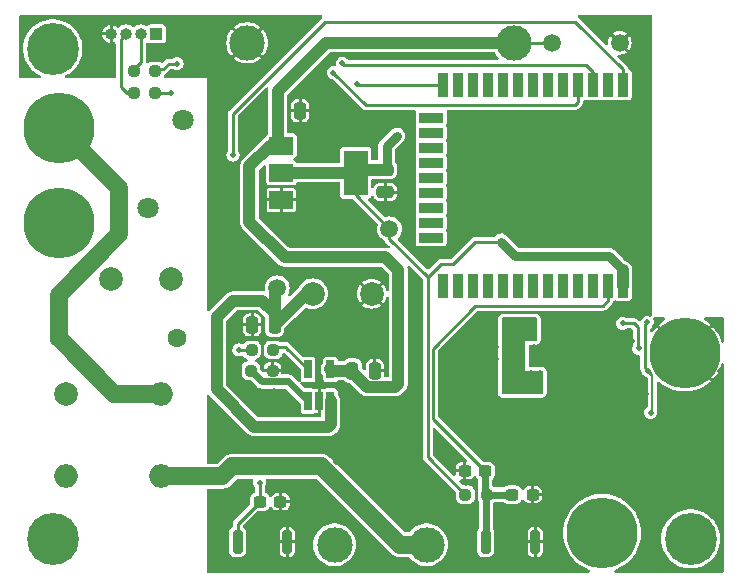
<source format=gbr>
%TF.GenerationSoftware,KiCad,Pcbnew,7.0.6*%
%TF.CreationDate,2023-10-13T10:01:51+08:00*%
%TF.ProjectId,86_BOX_PANEL,38365f42-4f58-45f5-9041-4e454c2e6b69,rev?*%
%TF.SameCoordinates,Original*%
%TF.FileFunction,Copper,L2,Bot*%
%TF.FilePolarity,Positive*%
%FSLAX46Y46*%
G04 Gerber Fmt 4.6, Leading zero omitted, Abs format (unit mm)*
G04 Created by KiCad (PCBNEW 7.0.6) date 2023-10-13 10:01:51*
%MOMM*%
%LPD*%
G01*
G04 APERTURE LIST*
G04 Aperture macros list*
%AMRoundRect*
0 Rectangle with rounded corners*
0 $1 Rounding radius*
0 $2 $3 $4 $5 $6 $7 $8 $9 X,Y pos of 4 corners*
0 Add a 4 corners polygon primitive as box body*
4,1,4,$2,$3,$4,$5,$6,$7,$8,$9,$2,$3,0*
0 Add four circle primitives for the rounded corners*
1,1,$1+$1,$2,$3*
1,1,$1+$1,$4,$5*
1,1,$1+$1,$6,$7*
1,1,$1+$1,$8,$9*
0 Add four rect primitives between the rounded corners*
20,1,$1+$1,$2,$3,$4,$5,0*
20,1,$1+$1,$4,$5,$6,$7,0*
20,1,$1+$1,$6,$7,$8,$9,0*
20,1,$1+$1,$8,$9,$2,$3,0*%
G04 Aperture macros list end*
%TA.AperFunction,ComponentPad*%
%ADD10C,1.600000*%
%TD*%
%TA.AperFunction,ComponentPad*%
%ADD11C,6.000000*%
%TD*%
%TA.AperFunction,ComponentPad*%
%ADD12C,0.700000*%
%TD*%
%TA.AperFunction,ComponentPad*%
%ADD13C,4.400000*%
%TD*%
%TA.AperFunction,ComponentPad*%
%ADD14C,2.000000*%
%TD*%
%TA.AperFunction,ComponentPad*%
%ADD15O,2.000000X2.000000*%
%TD*%
%TA.AperFunction,ComponentPad*%
%ADD16C,1.800000*%
%TD*%
%TA.AperFunction,ComponentPad*%
%ADD17C,3.000000*%
%TD*%
%TA.AperFunction,SMDPad,CuDef*%
%ADD18RoundRect,0.250000X0.250000X0.475000X-0.250000X0.475000X-0.250000X-0.475000X0.250000X-0.475000X0*%
%TD*%
%TA.AperFunction,SMDPad,CuDef*%
%ADD19RoundRect,0.250000X-0.475000X0.250000X-0.475000X-0.250000X0.475000X-0.250000X0.475000X0.250000X0*%
%TD*%
%TA.AperFunction,SMDPad,CuDef*%
%ADD20RoundRect,0.237500X-0.300000X-0.237500X0.300000X-0.237500X0.300000X0.237500X-0.300000X0.237500X0*%
%TD*%
%TA.AperFunction,SMDPad,CuDef*%
%ADD21C,1.500000*%
%TD*%
%TA.AperFunction,SMDPad,CuDef*%
%ADD22RoundRect,0.237500X0.250000X0.237500X-0.250000X0.237500X-0.250000X-0.237500X0.250000X-0.237500X0*%
%TD*%
%TA.AperFunction,SMDPad,CuDef*%
%ADD23RoundRect,0.237500X-0.250000X-0.237500X0.250000X-0.237500X0.250000X0.237500X-0.250000X0.237500X0*%
%TD*%
%TA.AperFunction,SMDPad,CuDef*%
%ADD24R,0.650000X1.560000*%
%TD*%
%TA.AperFunction,SMDPad,CuDef*%
%ADD25R,0.900000X2.000000*%
%TD*%
%TA.AperFunction,SMDPad,CuDef*%
%ADD26R,2.000000X0.900000*%
%TD*%
%TA.AperFunction,SMDPad,CuDef*%
%ADD27R,5.000000X5.000000*%
%TD*%
%TA.AperFunction,SMDPad,CuDef*%
%ADD28R,2.000000X1.500000*%
%TD*%
%TA.AperFunction,SMDPad,CuDef*%
%ADD29R,2.000000X3.800000*%
%TD*%
%TA.AperFunction,SMDPad,CuDef*%
%ADD30RoundRect,0.200000X0.200000X0.800000X-0.200000X0.800000X-0.200000X-0.800000X0.200000X-0.800000X0*%
%TD*%
%TA.AperFunction,ComponentPad*%
%ADD31R,1.000000X1.000000*%
%TD*%
%TA.AperFunction,ComponentPad*%
%ADD32O,1.000000X1.000000*%
%TD*%
%TA.AperFunction,SMDPad,CuDef*%
%ADD33RoundRect,0.237500X0.300000X0.237500X-0.300000X0.237500X-0.300000X-0.237500X0.300000X-0.237500X0*%
%TD*%
%TA.AperFunction,SMDPad,CuDef*%
%ADD34RoundRect,0.250000X-0.250000X-0.475000X0.250000X-0.475000X0.250000X0.475000X-0.250000X0.475000X0*%
%TD*%
%TA.AperFunction,ViaPad*%
%ADD35C,0.500000*%
%TD*%
%TA.AperFunction,ViaPad*%
%ADD36C,0.800000*%
%TD*%
%TA.AperFunction,Conductor*%
%ADD37C,1.000000*%
%TD*%
%TA.AperFunction,Conductor*%
%ADD38C,0.250000*%
%TD*%
%TA.AperFunction,Conductor*%
%ADD39C,0.200000*%
%TD*%
%TA.AperFunction,Conductor*%
%ADD40C,0.600000*%
%TD*%
%TA.AperFunction,Conductor*%
%ADD41C,0.800000*%
%TD*%
%TA.AperFunction,Conductor*%
%ADD42C,1.500000*%
%TD*%
G04 APERTURE END LIST*
D10*
%TO.P,C5,1*%
%TO.N,Net-(C5-Pad1)*%
X113510000Y-88630000D03*
%TO.P,C5,2*%
%TO.N,Net-(J3-Pin_1)*%
X103510000Y-88630000D03*
%TD*%
D11*
%TO.P,J6,1,Pin_1*%
%TO.N,GND*%
X156510000Y-89880000D03*
%TD*%
D12*
%TO.P,H4,1*%
%TO.N,N/C*%
X101360000Y-64130000D03*
X101843274Y-62963274D03*
X101843274Y-65296726D03*
X103010000Y-62480000D03*
D13*
X103010000Y-64130000D03*
D12*
X103010000Y-65780000D03*
X104176726Y-62963274D03*
X104176726Y-65296726D03*
X104660000Y-64130000D03*
%TD*%
%TO.P,H1,1*%
%TO.N,N/C*%
X101360000Y-105630000D03*
X101843274Y-104463274D03*
X101843274Y-106796726D03*
X103010000Y-103980000D03*
D13*
X103010000Y-105630000D03*
D12*
X103010000Y-107280000D03*
X104176726Y-104463274D03*
X104176726Y-106796726D03*
X104660000Y-105630000D03*
%TD*%
D11*
%TO.P,J3,1,Pin_1*%
%TO.N,Net-(J3-Pin_1)*%
X103564000Y-70880000D03*
%TD*%
%TO.P,J2,1,Pin_1*%
%TO.N,Net-(J2-Pin_1)*%
X103500000Y-78880000D03*
%TD*%
D14*
%TO.P,FL1,1,1*%
%TO.N,Net-(C5-Pad1)*%
X104144000Y-93330000D03*
D15*
%TO.P,FL1,2,2*%
%TO.N,Net-(U1-AC1)*%
X104144000Y-100330000D03*
%TO.P,FL1,3,3*%
%TO.N,Net-(U1-AC2)*%
X112144000Y-100330000D03*
%TO.P,FL1,4,4*%
%TO.N,Net-(J3-Pin_1)*%
X112144000Y-93330000D03*
%TD*%
D12*
%TO.P,H2,1*%
%TO.N,N/C*%
X155360000Y-105630000D03*
X155843274Y-104463274D03*
X155843274Y-106796726D03*
X157010000Y-103980000D03*
D13*
X157010000Y-105630000D03*
D12*
X157010000Y-107280000D03*
X158176726Y-104463274D03*
X158176726Y-106796726D03*
X158660000Y-105630000D03*
%TD*%
D16*
%TO.P,RV1,1*%
%TO.N,Net-(C5-Pad1)*%
X111100000Y-77637500D03*
%TO.P,RV1,2*%
%TO.N,Net-(J3-Pin_1)*%
X114000000Y-70137500D03*
%TD*%
D11*
%TO.P,J5,1,Pin_1*%
%TO.N,Net-(D1-A)*%
X149510000Y-105130000D03*
%TD*%
D14*
%TO.P,F1,1*%
%TO.N,Net-(J2-Pin_1)*%
X107970000Y-83630000D03*
%TO.P,F1,2*%
%TO.N,Net-(C5-Pad1)*%
X113050000Y-83640000D03*
%TD*%
D17*
%TO.P,U1,1,AC1*%
%TO.N,Net-(U1-AC1)*%
X126860000Y-106130000D03*
%TO.P,U1,2,AC2*%
%TO.N,Net-(U1-AC2)*%
X134660000Y-106130000D03*
%TO.P,U1,3,VO+*%
%TO.N,5V*%
X142060000Y-63630000D03*
%TO.P,U1,4,VO-*%
%TO.N,GND*%
X119460000Y-63630000D03*
%TD*%
D18*
%TO.P,C4,1*%
%TO.N,GND*%
X130260000Y-91380000D03*
%TO.P,C4,2*%
%TO.N,5V*%
X128360000Y-91380000D03*
%TD*%
D19*
%TO.P,C2,1*%
%TO.N,3V3*%
X131141589Y-74370000D03*
%TO.P,C2,2*%
%TO.N,GND*%
X131141589Y-76270000D03*
%TD*%
D20*
%TO.P,C7,1*%
%TO.N,/EN*%
X141897500Y-101880000D03*
%TO.P,C7,2*%
%TO.N,GND*%
X143622500Y-101880000D03*
%TD*%
D14*
%TO.P,J1,1,Pin_1*%
%TO.N,5V_OUT*%
X125010000Y-84880000D03*
%TD*%
D21*
%TO.P,TP1,1,1*%
%TO.N,5V*%
X145260000Y-63630000D03*
%TD*%
D22*
%TO.P,R2,1*%
%TO.N,Net-(U2-EN)*%
X121672500Y-89630000D03*
%TO.P,R2,2*%
%TO.N,/CHARGER_EN*%
X119847500Y-89630000D03*
%TD*%
D14*
%TO.P,J4,1,Pin_1*%
%TO.N,GND*%
X130010000Y-84880000D03*
%TD*%
D23*
%TO.P,R1,1*%
%TO.N,Net-(U2-SET)*%
X119785000Y-91380000D03*
%TO.P,R1,2*%
%TO.N,GND*%
X121610000Y-91380000D03*
%TD*%
D21*
%TO.P,TP4,1,1*%
%TO.N,5V_OUT*%
X122010000Y-84380000D03*
%TD*%
%TO.P,TP3,1,1*%
%TO.N,3V3*%
X131510000Y-79380000D03*
%TD*%
D22*
%TO.P,R5,1*%
%TO.N,Net-(ESP1-RXD0)*%
X111672500Y-67880000D03*
%TO.P,R5,2*%
%TO.N,/RXD0*%
X109847500Y-67880000D03*
%TD*%
D24*
%TO.P,U2,1,VOUT*%
%TO.N,5V_OUT*%
X126510000Y-93980000D03*
%TO.P,U2,2,GND*%
%TO.N,GND*%
X125560000Y-93980000D03*
%TO.P,U2,3,SET*%
%TO.N,Net-(U2-SET)*%
X124610000Y-93980000D03*
%TO.P,U2,4,EN*%
%TO.N,Net-(U2-EN)*%
X124610000Y-91280000D03*
%TO.P,U2,5,VIN*%
%TO.N,5V*%
X126510000Y-91280000D03*
%TD*%
D21*
%TO.P,TP2,1,1*%
%TO.N,GND*%
X151010000Y-63630000D03*
%TD*%
D25*
%TO.P,ESP1,P$1,GND1*%
%TO.N,GND*%
X152550000Y-84180000D03*
%TO.P,ESP1,P$2,3V3*%
%TO.N,3V3*%
X151280000Y-84180000D03*
%TO.P,ESP1,P$3,EN*%
%TO.N,/EN*%
X150010000Y-84180000D03*
%TO.P,ESP1,P$4,SENSOR_VP*%
%TO.N,unconnected-(ESP1-SENSOR_VP-PadP$4)*%
X148740000Y-84180000D03*
%TO.P,ESP1,P$5,SENSOR_VN*%
%TO.N,unconnected-(ESP1-SENSOR_VN-PadP$5)*%
X147470000Y-84180000D03*
%TO.P,ESP1,P$6,IO34*%
%TO.N,unconnected-(ESP1-IO34-PadP$6)*%
X146200000Y-84180000D03*
%TO.P,ESP1,P$7,IO35*%
%TO.N,unconnected-(ESP1-IO35-PadP$7)*%
X144930000Y-84180000D03*
%TO.P,ESP1,P$8,IO32*%
%TO.N,unconnected-(ESP1-IO32-PadP$8)*%
X143660000Y-84180000D03*
%TO.P,ESP1,P$9,IO33*%
%TO.N,unconnected-(ESP1-IO33-PadP$9)*%
X142390000Y-84180000D03*
%TO.P,ESP1,P$10,IO25*%
%TO.N,unconnected-(ESP1-IO25-PadP$10)*%
X141120000Y-84180000D03*
%TO.P,ESP1,P$11,IO26*%
%TO.N,unconnected-(ESP1-IO26-PadP$11)*%
X139850000Y-84180000D03*
%TO.P,ESP1,P$12,IO27*%
%TO.N,unconnected-(ESP1-IO27-PadP$12)*%
X138580000Y-84180000D03*
%TO.P,ESP1,P$13,IO14*%
%TO.N,unconnected-(ESP1-IO14-PadP$13)*%
X137310000Y-84180000D03*
%TO.P,ESP1,P$14,IO12*%
%TO.N,unconnected-(ESP1-IO12-PadP$14)*%
X136040000Y-84180000D03*
D26*
%TO.P,ESP1,P$15,GND2*%
%TO.N,GND*%
X135040000Y-81395000D03*
%TO.P,ESP1,P$16,IO13*%
%TO.N,unconnected-(ESP1-IO13-PadP$16)*%
X135040000Y-80125000D03*
%TO.P,ESP1,P$17,SD2*%
%TO.N,unconnected-(ESP1-SD2-PadP$17)*%
X135040000Y-78855000D03*
%TO.P,ESP1,P$18,SD3*%
%TO.N,unconnected-(ESP1-SD3-PadP$18)*%
X135040000Y-77585000D03*
%TO.P,ESP1,P$19,CMD*%
%TO.N,unconnected-(ESP1-CMD-PadP$19)*%
X135040000Y-76315000D03*
%TO.P,ESP1,P$20,CLK*%
%TO.N,unconnected-(ESP1-CLK-PadP$20)*%
X135040000Y-75045000D03*
%TO.P,ESP1,P$21,SD0*%
%TO.N,unconnected-(ESP1-SD0-PadP$21)*%
X135040000Y-73775000D03*
%TO.P,ESP1,P$22,SD1*%
%TO.N,unconnected-(ESP1-SD1-PadP$22)*%
X135040000Y-72505000D03*
%TO.P,ESP1,P$23,IO15*%
%TO.N,unconnected-(ESP1-IO15-PadP$23)*%
X135040000Y-71235000D03*
%TO.P,ESP1,P$24,IO2*%
%TO.N,unconnected-(ESP1-IO2-PadP$24)*%
X135040000Y-69965000D03*
D25*
%TO.P,ESP1,P$25,IO0*%
%TO.N,/IO0*%
X136040000Y-67180000D03*
%TO.P,ESP1,P$26,IO4*%
%TO.N,unconnected-(ESP1-IO4-PadP$26)*%
X137310000Y-67180000D03*
%TO.P,ESP1,P$27,IO16*%
%TO.N,unconnected-(ESP1-IO16-PadP$27)*%
X138580000Y-67180000D03*
%TO.P,ESP1,P$28,IO17*%
%TO.N,unconnected-(ESP1-IO17-PadP$28)*%
X139850000Y-67180000D03*
%TO.P,ESP1,P$29,IO5*%
%TO.N,unconnected-(ESP1-IO5-PadP$29)*%
X141120000Y-67180000D03*
%TO.P,ESP1,P$30,IO18*%
%TO.N,unconnected-(ESP1-IO18-PadP$30)*%
X142390000Y-67180000D03*
%TO.P,ESP1,P$31,IO19*%
%TO.N,unconnected-(ESP1-IO19-PadP$31)*%
X143660000Y-67180000D03*
%TO.P,ESP1,P$32,NC1*%
%TO.N,unconnected-(ESP1-NC1-PadP$32)*%
X144930000Y-67180000D03*
%TO.P,ESP1,P$33,IO21*%
%TO.N,unconnected-(ESP1-IO21-PadP$33)*%
X146200000Y-67180000D03*
%TO.P,ESP1,P$34,RXD0*%
%TO.N,Net-(ESP1-RXD0)*%
X147470000Y-67180000D03*
%TO.P,ESP1,P$35,TXD0*%
%TO.N,Net-(ESP1-TXD0)*%
X148740000Y-67180000D03*
%TO.P,ESP1,P$36,IO22*%
%TO.N,unconnected-(ESP1-IO22-PadP$36)*%
X150010000Y-67180000D03*
%TO.P,ESP1,P$37,IO23*%
%TO.N,/CHARGER_EN*%
X151280000Y-67180000D03*
%TO.P,ESP1,P$38,GND3*%
%TO.N,GND*%
X152550000Y-67180000D03*
D27*
%TO.P,ESP1,P$39,GND4*%
X145050000Y-76680000D03*
%TD*%
D28*
%TO.P,U3,1,GND*%
%TO.N,GND*%
X122360000Y-76930000D03*
%TO.P,U3,2,VO*%
%TO.N,3V3*%
X122360000Y-74630000D03*
D29*
X128660000Y-74630000D03*
D28*
%TO.P,U3,3,VI*%
%TO.N,5V*%
X122360000Y-72330000D03*
%TD*%
D23*
%TO.P,R3,1*%
%TO.N,3V3*%
X137935000Y-101880000D03*
%TO.P,R3,2*%
%TO.N,/EN*%
X139760000Y-101880000D03*
%TD*%
D22*
%TO.P,R4,1*%
%TO.N,Net-(ESP1-TXD0)*%
X111676500Y-65990000D03*
%TO.P,R4,2*%
%TO.N,/TXD0*%
X109851500Y-65990000D03*
%TD*%
D30*
%TO.P,SW2,1,1*%
%TO.N,GND*%
X122860000Y-105880000D03*
%TO.P,SW2,2,2*%
%TO.N,/IO0*%
X118660000Y-105880000D03*
%TD*%
%TO.P,SW1,1,1*%
%TO.N,GND*%
X143860000Y-105880000D03*
%TO.P,SW1,2,2*%
%TO.N,/EN*%
X139660000Y-105880000D03*
%TD*%
D31*
%TO.P,J7,1,Pin_1*%
%TO.N,3V3*%
X111760000Y-62880000D03*
D32*
%TO.P,J7,2,Pin_2*%
%TO.N,/TXD0*%
X110490000Y-62880000D03*
%TO.P,J7,3,Pin_3*%
%TO.N,/RXD0*%
X109220000Y-62880000D03*
%TO.P,J7,4,Pin_4*%
%TO.N,GND*%
X107950000Y-62880000D03*
%TD*%
D33*
%TO.P,C9,1*%
%TO.N,GND*%
X122260000Y-102480000D03*
%TO.P,C9,2*%
%TO.N,/IO0*%
X120535000Y-102480000D03*
%TD*%
D34*
%TO.P,C1,1*%
%TO.N,5V*%
X122060000Y-69380000D03*
%TO.P,C1,2*%
%TO.N,GND*%
X123960000Y-69380000D03*
%TD*%
%TO.P,C3,1*%
%TO.N,GND*%
X119884000Y-87520000D03*
%TO.P,C3,2*%
%TO.N,5V_OUT*%
X121784000Y-87520000D03*
%TD*%
D20*
%TO.P,C8,1*%
%TO.N,GND*%
X137897500Y-99880000D03*
%TO.P,C8,2*%
%TO.N,/EN*%
X139622500Y-99880000D03*
%TD*%
D35*
%TO.N,5V*%
X153344000Y-87300000D03*
X153620000Y-94940000D03*
X153401225Y-91402775D03*
%TO.N,GND*%
X125510000Y-76880000D03*
X159284000Y-94080000D03*
X125510000Y-92130000D03*
X144760000Y-90380000D03*
X141010000Y-76380000D03*
X143760000Y-90380000D03*
X150510000Y-89380000D03*
D36*
X143552000Y-78196000D03*
D35*
X138010000Y-100880000D03*
X152604000Y-85770000D03*
X140510000Y-89380000D03*
X148760000Y-71380000D03*
X149760000Y-61880000D03*
X152010000Y-88880000D03*
X159464000Y-87560000D03*
X149260000Y-62880000D03*
D36*
X143552000Y-75148000D03*
D35*
X144760000Y-89380000D03*
X151510000Y-89630000D03*
X123010000Y-91380000D03*
D36*
X143552000Y-76672000D03*
D35*
X121760000Y-93130000D03*
X148260000Y-89380000D03*
D36*
X145050000Y-78204000D03*
D35*
X140510000Y-90380000D03*
X129010000Y-69880000D03*
X153260000Y-63130000D03*
X150510000Y-90380000D03*
X125760000Y-69630000D03*
X159510000Y-91380000D03*
X145740000Y-91310000D03*
D36*
X145050000Y-76680000D03*
D35*
X149510000Y-89380000D03*
X152794000Y-65140000D03*
X122510000Y-62630000D03*
D36*
X146600000Y-76672000D03*
D35*
X136510000Y-98380000D03*
X137260000Y-64630000D03*
X138510000Y-103380000D03*
X147010000Y-90380000D03*
D36*
X146600000Y-75148000D03*
D35*
X145760000Y-89380000D03*
X151510000Y-71380000D03*
X144260000Y-71630000D03*
X133010000Y-100130000D03*
X146900000Y-91330000D03*
D36*
X146600000Y-78196000D03*
D35*
X149510000Y-90380000D03*
X148260000Y-90380000D03*
X138010000Y-94630000D03*
X146870000Y-92380000D03*
X135510000Y-97130000D03*
D36*
X145050000Y-75156000D03*
D35*
X154010000Y-87630000D03*
X145760000Y-90380000D03*
X117010000Y-64380000D03*
X147010000Y-89380000D03*
X143760000Y-89380000D03*
X125084000Y-102250000D03*
X156760000Y-97630000D03*
X128760000Y-80630000D03*
X151260000Y-88880000D03*
X145700000Y-92390000D03*
X152044000Y-65390000D03*
X137260000Y-80880000D03*
X127010000Y-99130000D03*
X125510000Y-72630000D03*
X153260000Y-93380000D03*
%TO.N,/IO0*%
X128794000Y-67140000D03*
X120510000Y-100880000D03*
%TO.N,Net-(ESP1-RXD0)*%
X113010000Y-67880000D03*
X126760000Y-66155000D03*
%TO.N,Net-(ESP1-TXD0)*%
X127510000Y-65355500D03*
X113535000Y-65405000D03*
%TO.N,3V3*%
X132135000Y-71505000D03*
%TO.N,/CHARGER_EN*%
X118760000Y-89630000D03*
X118260000Y-73130000D03*
%TO.N,Net-(U4-SW)*%
X144260000Y-92380000D03*
X143510000Y-92380000D03*
X143760000Y-87380000D03*
X143010000Y-87380000D03*
X142760000Y-91630000D03*
X143510000Y-93130000D03*
X143010000Y-88130000D03*
X144260000Y-91630000D03*
X142260000Y-87380000D03*
X141510000Y-87380000D03*
X141510000Y-88130000D03*
X144260000Y-93130000D03*
X142760000Y-93130000D03*
X151260000Y-87380000D03*
X143760000Y-88130000D03*
X143510000Y-91630000D03*
X152604000Y-89510000D03*
X142260000Y-88130000D03*
X142760000Y-92380000D03*
%TD*%
D37*
%TO.N,5V*%
X122060000Y-69380000D02*
X122060000Y-72030000D01*
X131160000Y-81780000D02*
X132260000Y-82880000D01*
D38*
X153294000Y-87300000D02*
X153134000Y-87460000D01*
D37*
X126610000Y-91380000D02*
X126510000Y-91280000D01*
X131985000Y-92755000D02*
X129637208Y-92755000D01*
X132260000Y-82880000D02*
X132260000Y-92480000D01*
D38*
X153344000Y-87300000D02*
X153294000Y-87300000D01*
X153134000Y-87460000D02*
X153134000Y-91135550D01*
D37*
X119660000Y-74080000D02*
X119660000Y-78780000D01*
X132260000Y-92480000D02*
X131985000Y-92755000D01*
X122660000Y-81780000D02*
X131160000Y-81780000D01*
X119660000Y-78780000D02*
X122660000Y-81780000D01*
X142060000Y-63630000D02*
X126110000Y-63630000D01*
X128360000Y-91380000D02*
X126610000Y-91380000D01*
X122060000Y-72030000D02*
X122360000Y-72330000D01*
X122060000Y-67680000D02*
X122060000Y-69380000D01*
D38*
X145260000Y-63630000D02*
X142060000Y-63630000D01*
D37*
X128360000Y-91477792D02*
X128360000Y-91380000D01*
D39*
X153770000Y-91771550D02*
X153770000Y-94790000D01*
D37*
X122360000Y-72330000D02*
X121410000Y-72330000D01*
X121410000Y-72330000D02*
X119660000Y-74080000D01*
D39*
X153770000Y-94790000D02*
X153620000Y-94940000D01*
X153401225Y-91402775D02*
X153770000Y-91771550D01*
D37*
X126110000Y-63630000D02*
X122060000Y-67680000D01*
D38*
X153134000Y-91135550D02*
X153694225Y-91695775D01*
D37*
X129637208Y-92755000D02*
X128360000Y-91477792D01*
D40*
%TO.N,/EN*%
X141897500Y-101880000D02*
X139760000Y-101880000D01*
D38*
X135213250Y-95470750D02*
X139622500Y-99880000D01*
D40*
X139622500Y-101742500D02*
X139760000Y-101880000D01*
X139660000Y-101980000D02*
X139760000Y-101880000D01*
D38*
X150010000Y-84180000D02*
X150010000Y-85430000D01*
D40*
X139622500Y-99880000D02*
X139622500Y-101742500D01*
D38*
X149550000Y-85890000D02*
X138794000Y-85890000D01*
X135160000Y-89524000D02*
X135160000Y-95417500D01*
X150010000Y-85430000D02*
X149550000Y-85890000D01*
D40*
X139660000Y-105880000D02*
X139660000Y-101980000D01*
D38*
X135160000Y-95417500D02*
X135213250Y-95470750D01*
X138794000Y-85890000D02*
X135160000Y-89524000D01*
%TO.N,/IO0*%
X120535000Y-100905000D02*
X120510000Y-100880000D01*
X120535000Y-102480000D02*
X120535000Y-100905000D01*
X118660000Y-104355000D02*
X120535000Y-102480000D01*
X128834000Y-67180000D02*
X136040000Y-67180000D01*
X128794000Y-67140000D02*
X128834000Y-67180000D01*
X118660000Y-105880000D02*
X118660000Y-104355000D01*
%TO.N,Net-(ESP1-RXD0)*%
X147470000Y-68630000D02*
X147210000Y-68890000D01*
X113010000Y-67880000D02*
X111672500Y-67880000D01*
X129495000Y-68890000D02*
X126760000Y-66155000D01*
X147210000Y-68890000D02*
X129495000Y-68890000D01*
X147470000Y-68630000D02*
X147470000Y-67180000D01*
%TO.N,Net-(ESP1-TXD0)*%
X111672500Y-65880000D02*
X112360000Y-65880000D01*
X148740000Y-66086000D02*
X148134000Y-65480000D01*
X112360000Y-65880000D02*
X112835000Y-65405000D01*
X127634500Y-65480000D02*
X127510000Y-65355500D01*
X148134000Y-65480000D02*
X127634500Y-65480000D01*
X148740000Y-66086000D02*
X148740000Y-67180000D01*
X112835000Y-65405000D02*
X113535000Y-65405000D01*
%TO.N,/TXD0*%
X110490000Y-65237500D02*
X109847500Y-65880000D01*
X110490000Y-62880000D02*
X110490000Y-65237500D01*
%TO.N,/RXD0*%
X109220000Y-62880000D02*
X108760000Y-63340000D01*
X108760000Y-63340000D02*
X108760000Y-67380000D01*
X109260000Y-67880000D02*
X109847500Y-67880000D01*
X108760000Y-67380000D02*
X109260000Y-67880000D01*
D41*
%TO.N,3V3*%
X142160000Y-81680000D02*
X150060000Y-81680000D01*
D38*
X134760000Y-83460000D02*
X134760000Y-98705000D01*
D41*
X140960000Y-80480000D02*
X142160000Y-81680000D01*
D37*
X151280000Y-84180000D02*
X151280000Y-82900000D01*
X122360000Y-74630000D02*
X128660000Y-74630000D01*
D38*
X136891370Y-82380000D02*
X135840000Y-82380000D01*
D41*
X131260000Y-74251589D02*
X131141589Y-74370000D01*
D38*
X134760000Y-83460000D02*
X131510000Y-80210000D01*
X135840000Y-82380000D02*
X134760000Y-83460000D01*
D41*
X132135000Y-71505000D02*
X131260000Y-72380000D01*
X131260000Y-72380000D02*
X131260000Y-74251589D01*
D38*
X131510000Y-80210000D02*
X131510000Y-79380000D01*
X128660000Y-76530000D02*
X128660000Y-74630000D01*
D37*
X128920000Y-74370000D02*
X128660000Y-74630000D01*
D38*
X140960000Y-80480000D02*
X138791370Y-80480000D01*
X134760000Y-98705000D02*
X137935000Y-101880000D01*
D37*
X131141589Y-74370000D02*
X128920000Y-74370000D01*
D38*
X138791370Y-80480000D02*
X136891370Y-82380000D01*
D41*
X150060000Y-81680000D02*
X151280000Y-82900000D01*
D38*
X131510000Y-79380000D02*
X128660000Y-76530000D01*
D37*
%TO.N,5V_OUT*%
X116894000Y-86840000D02*
X116894000Y-92960000D01*
X126344000Y-96130000D02*
X126535000Y-95939000D01*
X121784000Y-86510000D02*
X120754000Y-85480000D01*
X120064000Y-96130000D02*
X126344000Y-96130000D01*
X118254000Y-85480000D02*
X116894000Y-86840000D01*
X125010000Y-84880000D02*
X124424000Y-84880000D01*
X120754000Y-85480000D02*
X118254000Y-85480000D01*
X121784000Y-87520000D02*
X121784000Y-84606000D01*
X121784000Y-84606000D02*
X122010000Y-84380000D01*
X116894000Y-92960000D02*
X120064000Y-96130000D01*
X124424000Y-84880000D02*
X121784000Y-87520000D01*
X121784000Y-87520000D02*
X121784000Y-86510000D01*
X126535000Y-95939000D02*
X126535000Y-93980000D01*
D42*
%TO.N,Net-(U1-AC2)*%
X132383654Y-106130000D02*
X125753654Y-99500000D01*
X125753654Y-99500000D02*
X118184000Y-99500000D01*
X118184000Y-99500000D02*
X117354000Y-100330000D01*
X117354000Y-100330000D02*
X112144000Y-100330000D01*
X134660000Y-106130000D02*
X132383654Y-106130000D01*
D40*
%TO.N,Net-(U2-SET)*%
X124610000Y-93980000D02*
X122935000Y-92305000D01*
X120710000Y-92305000D02*
X119785000Y-91380000D01*
X122935000Y-92305000D02*
X120710000Y-92305000D01*
D38*
%TO.N,Net-(U2-EN)*%
X122760000Y-89430000D02*
X122760000Y-89380000D01*
X121922500Y-89380000D02*
X121672500Y-89630000D01*
X124610000Y-91280000D02*
X122760000Y-89430000D01*
X122760000Y-89380000D02*
X121922500Y-89380000D01*
%TO.N,/CHARGER_EN*%
X126035000Y-61855000D02*
X118260000Y-69630000D01*
X118260000Y-69630000D02*
X118260000Y-73130000D01*
X151280000Y-65876000D02*
X151280000Y-67180000D01*
X147259000Y-61855000D02*
X126035000Y-61855000D01*
X151280000Y-65876000D02*
X147259000Y-61855000D01*
X118760000Y-89630000D02*
X119847500Y-89630000D01*
D42*
%TO.N,Net-(J3-Pin_1)*%
X108210000Y-93330000D02*
X112144000Y-93330000D01*
X108604000Y-75934000D02*
X103500000Y-70830000D01*
X103510000Y-88630000D02*
X103510000Y-84944000D01*
X103510000Y-88630000D02*
X108210000Y-93330000D01*
X103510000Y-84944000D02*
X108604000Y-79850000D01*
X108604000Y-79850000D02*
X108604000Y-75934000D01*
D38*
%TO.N,Net-(U4-SW)*%
X152201851Y-87380000D02*
X151260000Y-87380000D01*
X152544000Y-89450000D02*
X152544000Y-87722149D01*
X152604000Y-89510000D02*
X152544000Y-89450000D01*
X152544000Y-87722149D02*
X152201851Y-87380000D01*
%TD*%
%TA.AperFunction,Conductor*%
%TO.N,GND*%
G36*
X125778210Y-61300185D02*
G01*
X125823965Y-61352989D01*
X125833909Y-61422147D01*
X125804884Y-61485703D01*
X125784060Y-61504815D01*
X125781781Y-61506470D01*
X125757807Y-61530445D01*
X125757806Y-61530446D01*
X125757805Y-61530447D01*
X121877554Y-65410698D01*
X117989339Y-69298912D01*
X117911472Y-69376778D01*
X117900510Y-69398293D01*
X117890346Y-69414878D01*
X117876152Y-69434414D01*
X117876151Y-69434417D01*
X117868688Y-69457385D01*
X117861243Y-69475358D01*
X117850280Y-69496873D01*
X117846503Y-69520722D01*
X117841962Y-69539639D01*
X117834500Y-69562604D01*
X117834500Y-72738134D01*
X117814815Y-72805173D01*
X117808876Y-72813620D01*
X117779138Y-72852374D01*
X117723671Y-72986287D01*
X117723670Y-72986291D01*
X117710028Y-73089914D01*
X117704750Y-73130000D01*
X117721208Y-73255012D01*
X117723670Y-73273708D01*
X117723671Y-73273712D01*
X117779137Y-73407622D01*
X117779138Y-73407624D01*
X117779139Y-73407625D01*
X117867379Y-73522621D01*
X117982375Y-73610861D01*
X117982376Y-73610861D01*
X117982377Y-73610862D01*
X117994888Y-73616044D01*
X118116291Y-73666330D01*
X118243280Y-73683048D01*
X118259999Y-73685250D01*
X118260000Y-73685250D01*
X118260001Y-73685250D01*
X118274977Y-73683278D01*
X118403709Y-73666330D01*
X118537625Y-73610861D01*
X118652621Y-73522621D01*
X118740861Y-73407625D01*
X118796330Y-73273709D01*
X118815250Y-73130000D01*
X118796330Y-72986291D01*
X118740861Y-72852375D01*
X118740861Y-72852374D01*
X118711124Y-72813620D01*
X118685930Y-72748450D01*
X118685500Y-72738134D01*
X118685500Y-69857610D01*
X118705185Y-69790571D01*
X118721819Y-69769929D01*
X119828842Y-68662906D01*
X121060070Y-67431677D01*
X121121391Y-67398194D01*
X121191083Y-67403178D01*
X121247016Y-67445050D01*
X121271433Y-67510514D01*
X121270968Y-67533259D01*
X121269954Y-67542243D01*
X121268790Y-67549092D01*
X121259500Y-67589806D01*
X121259500Y-69335046D01*
X121259499Y-71215087D01*
X121239814Y-71282127D01*
X121195927Y-71320154D01*
X121196713Y-71321301D01*
X121187236Y-71327792D01*
X121107793Y-71407236D01*
X121062415Y-71510006D01*
X121062415Y-71510008D01*
X121059500Y-71535131D01*
X121059294Y-71538704D01*
X121059087Y-71538692D01*
X121059087Y-71538694D01*
X121059053Y-71538690D01*
X121057673Y-71538610D01*
X121039815Y-71599428D01*
X120989305Y-71644107D01*
X120986109Y-71645646D01*
X120981411Y-71647909D01*
X120948767Y-71673941D01*
X120943096Y-71677964D01*
X120907738Y-71700183D01*
X120907733Y-71700187D01*
X120817168Y-71790750D01*
X120817160Y-71790761D01*
X119140296Y-73467625D01*
X119030183Y-73577739D01*
X119007966Y-73613096D01*
X119003941Y-73618769D01*
X118977910Y-73651410D01*
X118959791Y-73689033D01*
X118956427Y-73695120D01*
X118934212Y-73730476D01*
X118934208Y-73730483D01*
X118920416Y-73769895D01*
X118917755Y-73776320D01*
X118899639Y-73813939D01*
X118890344Y-73854659D01*
X118888419Y-73861341D01*
X118874632Y-73900744D01*
X118869955Y-73942235D01*
X118868791Y-73949089D01*
X118859500Y-73989806D01*
X118859500Y-78870191D01*
X118859501Y-78870200D01*
X118868791Y-78910908D01*
X118869955Y-78917763D01*
X118874632Y-78959259D01*
X118888420Y-78998662D01*
X118890345Y-79005345D01*
X118899639Y-79046061D01*
X118917759Y-79083688D01*
X118920421Y-79090114D01*
X118934212Y-79129525D01*
X118956422Y-79164872D01*
X118959787Y-79170959D01*
X118977910Y-79208589D01*
X119003940Y-79241229D01*
X119007966Y-79246904D01*
X119030182Y-79282259D01*
X119030184Y-79282262D01*
X119062174Y-79314252D01*
X122027841Y-82279918D01*
X122027851Y-82279929D01*
X122030183Y-82282261D01*
X122030184Y-82282262D01*
X122157738Y-82409816D01*
X122193103Y-82432037D01*
X122198768Y-82436057D01*
X122231414Y-82462092D01*
X122269038Y-82480210D01*
X122275123Y-82483574D01*
X122310478Y-82505789D01*
X122349899Y-82519583D01*
X122356307Y-82522238D01*
X122393939Y-82540360D01*
X122434641Y-82549650D01*
X122441328Y-82551576D01*
X122480742Y-82565367D01*
X122480745Y-82565368D01*
X122522241Y-82570043D01*
X122529093Y-82571207D01*
X122569806Y-82580500D01*
X122615046Y-82580500D01*
X130777060Y-82580500D01*
X130844099Y-82600185D01*
X130864740Y-82616818D01*
X131423181Y-83175260D01*
X131456665Y-83236581D01*
X131459499Y-83262939D01*
X131459499Y-84518100D01*
X131439814Y-84585139D01*
X131387010Y-84630894D01*
X131317852Y-84640838D01*
X131254296Y-84611813D01*
X131216522Y-84553035D01*
X131215724Y-84550193D01*
X131189105Y-84450849D01*
X131189101Y-84450840D01*
X131096668Y-84252615D01*
X130980320Y-84086454D01*
X130459815Y-84606959D01*
X130442942Y-84574396D01*
X130344436Y-84468923D01*
X130282167Y-84431056D01*
X130803545Y-83909677D01*
X130803545Y-83909676D01*
X130637388Y-83793333D01*
X130637386Y-83793332D01*
X130439159Y-83700898D01*
X130439150Y-83700894D01*
X130227894Y-83644289D01*
X130227884Y-83644287D01*
X130010001Y-83625225D01*
X130009999Y-83625225D01*
X129792115Y-83644287D01*
X129792105Y-83644289D01*
X129580849Y-83700894D01*
X129580840Y-83700898D01*
X129382613Y-83793333D01*
X129216454Y-83909678D01*
X129734287Y-84427510D01*
X129622704Y-84518291D01*
X129560143Y-84606919D01*
X129039678Y-84086454D01*
X128923333Y-84252613D01*
X128830898Y-84450840D01*
X128830894Y-84450849D01*
X128774289Y-84662105D01*
X128774287Y-84662115D01*
X128755225Y-84879999D01*
X128755225Y-84880000D01*
X128774287Y-85097884D01*
X128774289Y-85097894D01*
X128830894Y-85309150D01*
X128830898Y-85309159D01*
X128923332Y-85507386D01*
X128923333Y-85507388D01*
X129039677Y-85673545D01*
X129560184Y-85153038D01*
X129577058Y-85185604D01*
X129675564Y-85291077D01*
X129737832Y-85328943D01*
X129216453Y-85850321D01*
X129382612Y-85966666D01*
X129580840Y-86059101D01*
X129580849Y-86059105D01*
X129792105Y-86115710D01*
X129792115Y-86115712D01*
X130009999Y-86134775D01*
X130010001Y-86134775D01*
X130227884Y-86115712D01*
X130227894Y-86115710D01*
X130439150Y-86059105D01*
X130439159Y-86059101D01*
X130637387Y-85966666D01*
X130803545Y-85850321D01*
X130285712Y-85332489D01*
X130397296Y-85241709D01*
X130459856Y-85153080D01*
X130980321Y-85673545D01*
X131096666Y-85507387D01*
X131189101Y-85309159D01*
X131189105Y-85309150D01*
X131215724Y-85209806D01*
X131252089Y-85150146D01*
X131314935Y-85119616D01*
X131384311Y-85127910D01*
X131438189Y-85172395D01*
X131459464Y-85238947D01*
X131459499Y-85241899D01*
X131459500Y-91830500D01*
X131439815Y-91897539D01*
X131387011Y-91943294D01*
X131335500Y-91954500D01*
X131134000Y-91954500D01*
X131066961Y-91934815D01*
X131021206Y-91882011D01*
X131010000Y-91830500D01*
X131010000Y-91505000D01*
X130259000Y-91505000D01*
X130191961Y-91485315D01*
X130146206Y-91432511D01*
X130135000Y-91381000D01*
X130135000Y-90405000D01*
X130385000Y-90405000D01*
X130385000Y-91255000D01*
X131010000Y-91255000D01*
X131010000Y-90857172D01*
X131009999Y-90857155D01*
X131003598Y-90797627D01*
X131003596Y-90797620D01*
X130953354Y-90662913D01*
X130953350Y-90662906D01*
X130867190Y-90547812D01*
X130867187Y-90547809D01*
X130752093Y-90461649D01*
X130752086Y-90461645D01*
X130617379Y-90411403D01*
X130617372Y-90411401D01*
X130557844Y-90405000D01*
X130385000Y-90405000D01*
X130135000Y-90405000D01*
X129962155Y-90405000D01*
X129902627Y-90411401D01*
X129902620Y-90411403D01*
X129767913Y-90461645D01*
X129767906Y-90461649D01*
X129652812Y-90547809D01*
X129652809Y-90547812D01*
X129566649Y-90662906D01*
X129566645Y-90662913D01*
X129516403Y-90797620D01*
X129516401Y-90797627D01*
X129510000Y-90857155D01*
X129510000Y-91196351D01*
X129490315Y-91263390D01*
X129437511Y-91309145D01*
X129368353Y-91319089D01*
X129304797Y-91290064D01*
X129298319Y-91284033D01*
X129249473Y-91235187D01*
X129196816Y-91182530D01*
X129163333Y-91121210D01*
X129160500Y-91094859D01*
X129160500Y-90861898D01*
X129149877Y-90773436D01*
X129094361Y-90632658D01*
X129094360Y-90632657D01*
X129094360Y-90632656D01*
X129002922Y-90512077D01*
X128882343Y-90420639D01*
X128741561Y-90365122D01*
X128695926Y-90359642D01*
X128653102Y-90354500D01*
X128066898Y-90354500D01*
X128027853Y-90359188D01*
X127978438Y-90365122D01*
X127837656Y-90420639D01*
X127717078Y-90512077D01*
X127703163Y-90530427D01*
X127646970Y-90571949D01*
X127604360Y-90579500D01*
X127259499Y-90579500D01*
X127192460Y-90559815D01*
X127146705Y-90507011D01*
X127136190Y-90458680D01*
X127135705Y-90458709D01*
X127135527Y-90455628D01*
X127135499Y-90455500D01*
X127135499Y-90455143D01*
X127135499Y-90455136D01*
X127135497Y-90455117D01*
X127132586Y-90430012D01*
X127132585Y-90430010D01*
X127132585Y-90430009D01*
X127087206Y-90327235D01*
X127007765Y-90247794D01*
X127007765Y-90247793D01*
X126904992Y-90202415D01*
X126879865Y-90199500D01*
X126140143Y-90199500D01*
X126140117Y-90199502D01*
X126115012Y-90202413D01*
X126115008Y-90202415D01*
X126012235Y-90247793D01*
X125932794Y-90327234D01*
X125887415Y-90430006D01*
X125887415Y-90430008D01*
X125884500Y-90455131D01*
X125884500Y-90737060D01*
X125864815Y-90804099D01*
X125857448Y-90814372D01*
X125827907Y-90851415D01*
X125749639Y-91013939D01*
X125709500Y-91189799D01*
X125709500Y-91370200D01*
X125749639Y-91546060D01*
X125827907Y-91708584D01*
X125827908Y-91708585D01*
X125827909Y-91708587D01*
X125836975Y-91719956D01*
X125857447Y-91745626D01*
X125883855Y-91810313D01*
X125884500Y-91822939D01*
X125884500Y-92104856D01*
X125884502Y-92104882D01*
X125887413Y-92129987D01*
X125887415Y-92129991D01*
X125932793Y-92232764D01*
X125932794Y-92232765D01*
X126012235Y-92312206D01*
X126115009Y-92357585D01*
X126140135Y-92360500D01*
X126879864Y-92360499D01*
X126879879Y-92360497D01*
X126879882Y-92360497D01*
X126904987Y-92357586D01*
X126904988Y-92357585D01*
X126904991Y-92357585D01*
X127007765Y-92312206D01*
X127087206Y-92232765D01*
X127087206Y-92232764D01*
X127095331Y-92224640D01*
X127096555Y-92225864D01*
X127140190Y-92190242D01*
X127188369Y-92180500D01*
X127604360Y-92180500D01*
X127671399Y-92200185D01*
X127703163Y-92229573D01*
X127717078Y-92247922D01*
X127837656Y-92339360D01*
X127837657Y-92339360D01*
X127837658Y-92339361D01*
X127978436Y-92394877D01*
X128066898Y-92405500D01*
X128104268Y-92405500D01*
X128171307Y-92425185D01*
X128191949Y-92441819D01*
X129134947Y-93384817D01*
X129140947Y-93388587D01*
X129170299Y-93407030D01*
X129175963Y-93411048D01*
X129208621Y-93437092D01*
X129246262Y-93455218D01*
X129252324Y-93458569D01*
X129276073Y-93473492D01*
X129287682Y-93480787D01*
X129287683Y-93480787D01*
X129287686Y-93480789D01*
X129326163Y-93494252D01*
X129327089Y-93494576D01*
X129333518Y-93497239D01*
X129349369Y-93504872D01*
X129371147Y-93515360D01*
X129411863Y-93524653D01*
X129418536Y-93526576D01*
X129446070Y-93536210D01*
X129457953Y-93540368D01*
X129499449Y-93545043D01*
X129506301Y-93546207D01*
X129547014Y-93555500D01*
X129547016Y-93555500D01*
X132075194Y-93555500D01*
X132115903Y-93546208D01*
X132122760Y-93545043D01*
X132164255Y-93540368D01*
X132203680Y-93526571D01*
X132210321Y-93524658D01*
X132251061Y-93515360D01*
X132288693Y-93497236D01*
X132295105Y-93494580D01*
X132334522Y-93480789D01*
X132369889Y-93458565D01*
X132375961Y-93455209D01*
X132413587Y-93437091D01*
X132446239Y-93411051D01*
X132451895Y-93407037D01*
X132487262Y-93384816D01*
X132614816Y-93257262D01*
X132614816Y-93257261D01*
X132857826Y-93014252D01*
X132857825Y-93014252D01*
X132889816Y-92982262D01*
X132889817Y-92982259D01*
X132894078Y-92977999D01*
X132896627Y-92971421D01*
X132912041Y-92946890D01*
X132916045Y-92941247D01*
X132942092Y-92908586D01*
X132960213Y-92870955D01*
X132963570Y-92864881D01*
X132985789Y-92829522D01*
X132999581Y-92790107D01*
X133002244Y-92783679D01*
X133015749Y-92755635D01*
X133020360Y-92746061D01*
X133029658Y-92705321D01*
X133031571Y-92698680D01*
X133045368Y-92659255D01*
X133050043Y-92617760D01*
X133051208Y-92610905D01*
X133058933Y-92577059D01*
X133060500Y-92570194D01*
X133060500Y-92389806D01*
X133060500Y-82835046D01*
X133060500Y-82789806D01*
X133051207Y-82749093D01*
X133050042Y-82742233D01*
X133045368Y-82700745D01*
X133045367Y-82700742D01*
X133034457Y-82669562D01*
X133030896Y-82599784D01*
X133065625Y-82539156D01*
X133127618Y-82506929D01*
X133197194Y-82513334D01*
X133239180Y-82540927D01*
X134298181Y-83599928D01*
X134331666Y-83661251D01*
X134334500Y-83687609D01*
X134334500Y-98772394D01*
X134341962Y-98795358D01*
X134346503Y-98814273D01*
X134349470Y-98833010D01*
X134350281Y-98838127D01*
X134361243Y-98859641D01*
X134368688Y-98877615D01*
X134376150Y-98900579D01*
X134390341Y-98920111D01*
X134400508Y-98936703D01*
X134411469Y-98958216D01*
X134411471Y-98958219D01*
X134411472Y-98958220D01*
X134435446Y-98982193D01*
X134435446Y-98982194D01*
X135803083Y-100349830D01*
X137110681Y-101657428D01*
X137144166Y-101718751D01*
X137147000Y-101745109D01*
X137147000Y-102159618D01*
X137157382Y-102246074D01*
X137157382Y-102246075D01*
X137211639Y-102383660D01*
X137300999Y-102501500D01*
X137418839Y-102590860D01*
X137418842Y-102590862D01*
X137556423Y-102645117D01*
X137614062Y-102652039D01*
X137642881Y-102655500D01*
X137642882Y-102655500D01*
X138227119Y-102655500D01*
X138248732Y-102652904D01*
X138313577Y-102645117D01*
X138451158Y-102590862D01*
X138569000Y-102501500D01*
X138658362Y-102383658D01*
X138712617Y-102246077D01*
X138723000Y-102159618D01*
X138723000Y-101600382D01*
X138712617Y-101513923D01*
X138658362Y-101376342D01*
X138604438Y-101305232D01*
X138569000Y-101258499D01*
X138451160Y-101169139D01*
X138451158Y-101169138D01*
X138313577Y-101114883D01*
X138313576Y-101114882D01*
X138313574Y-101114882D01*
X138227119Y-101104500D01*
X138227118Y-101104500D01*
X137812609Y-101104500D01*
X137745570Y-101084815D01*
X137724928Y-101068181D01*
X137473428Y-100816681D01*
X137439943Y-100755358D01*
X137444927Y-100685666D01*
X137486799Y-100629733D01*
X137552263Y-100605316D01*
X137561109Y-100605000D01*
X137772500Y-100605000D01*
X137772500Y-100005000D01*
X137110000Y-100005000D01*
X137110000Y-100153890D01*
X137090315Y-100220929D01*
X137037511Y-100266684D01*
X136968353Y-100276628D01*
X136904797Y-100247603D01*
X136898319Y-100241571D01*
X136411748Y-99755000D01*
X137110000Y-99755000D01*
X137772500Y-99755000D01*
X137772500Y-99155000D01*
X137550853Y-99155000D01*
X137492812Y-99161241D01*
X137361462Y-99210232D01*
X137249241Y-99294241D01*
X137165232Y-99406462D01*
X137116241Y-99537812D01*
X137110000Y-99595853D01*
X137110000Y-99755000D01*
X136411748Y-99755000D01*
X135221819Y-98565071D01*
X135188334Y-98503748D01*
X135185500Y-98477390D01*
X135185500Y-96344109D01*
X135205185Y-96277070D01*
X135257989Y-96231315D01*
X135327147Y-96221371D01*
X135390703Y-96250396D01*
X135397181Y-96256428D01*
X138084072Y-98943319D01*
X138117557Y-99004642D01*
X138112573Y-99074334D01*
X138070701Y-99130267D01*
X138033272Y-99144227D01*
X138022500Y-99155000D01*
X138022500Y-100605000D01*
X138244130Y-100605000D01*
X138244146Y-100604999D01*
X138302187Y-100598758D01*
X138433537Y-100549767D01*
X138545758Y-100465758D01*
X138632542Y-100349830D01*
X138688476Y-100307959D01*
X138758167Y-100302975D01*
X138819490Y-100336460D01*
X138847163Y-100378650D01*
X138849137Y-100383656D01*
X138849139Y-100383660D01*
X138911396Y-100465758D01*
X138938500Y-100501500D01*
X138972925Y-100527605D01*
X139014448Y-100583795D01*
X139022000Y-100626408D01*
X139022000Y-101389893D01*
X139013355Y-101435382D01*
X138982383Y-101513921D01*
X138982382Y-101513925D01*
X138972000Y-101600381D01*
X138972000Y-102159618D01*
X138982382Y-102246074D01*
X138982382Y-102246075D01*
X139036639Y-102383660D01*
X139040796Y-102391053D01*
X139038725Y-102392217D01*
X139059126Y-102445883D01*
X139059500Y-102455505D01*
X139059500Y-104738561D01*
X139039815Y-104805600D01*
X139034767Y-104812872D01*
X139016204Y-104837668D01*
X139016202Y-104837671D01*
X138965908Y-104972517D01*
X138962210Y-105006921D01*
X138959501Y-105032123D01*
X138959500Y-105032135D01*
X138959500Y-106727870D01*
X138959501Y-106727876D01*
X138965908Y-106787483D01*
X139016202Y-106922328D01*
X139016206Y-106922335D01*
X139102452Y-107037544D01*
X139102455Y-107037547D01*
X139217664Y-107123793D01*
X139217671Y-107123797D01*
X139235158Y-107130319D01*
X139352517Y-107174091D01*
X139412127Y-107180500D01*
X139907872Y-107180499D01*
X139967483Y-107174091D01*
X140102331Y-107123796D01*
X140217546Y-107037546D01*
X140303796Y-106922331D01*
X140354091Y-106787483D01*
X140360500Y-106727873D01*
X140360499Y-106005000D01*
X143210001Y-106005000D01*
X143210001Y-106734196D01*
X143212851Y-106764606D01*
X143257653Y-106892645D01*
X143338207Y-107001792D01*
X143447354Y-107082346D01*
X143575397Y-107127149D01*
X143605778Y-107129998D01*
X143605806Y-107129999D01*
X143734999Y-107129999D01*
X143735000Y-107129998D01*
X143735000Y-106005000D01*
X143985000Y-106005000D01*
X143985000Y-107129999D01*
X144114196Y-107129999D01*
X144144606Y-107127148D01*
X144272645Y-107082346D01*
X144381792Y-107001792D01*
X144462346Y-106892645D01*
X144507149Y-106764604D01*
X144507149Y-106764600D01*
X144510000Y-106734206D01*
X144510000Y-106005000D01*
X143985000Y-106005000D01*
X143735000Y-106005000D01*
X143210001Y-106005000D01*
X140360499Y-106005000D01*
X140360499Y-105755000D01*
X143210000Y-105755000D01*
X143735000Y-105755000D01*
X143735000Y-104630000D01*
X143985000Y-104630000D01*
X143985000Y-105755000D01*
X144509999Y-105755000D01*
X144509999Y-105025803D01*
X144507148Y-104995393D01*
X144462346Y-104867354D01*
X144381792Y-104758207D01*
X144272645Y-104677653D01*
X144144602Y-104632850D01*
X144114207Y-104630000D01*
X143985000Y-104630000D01*
X143735000Y-104630000D01*
X143605804Y-104630000D01*
X143575393Y-104632851D01*
X143447354Y-104677653D01*
X143338207Y-104758207D01*
X143257653Y-104867354D01*
X143212850Y-104995395D01*
X143212850Y-104995399D01*
X143210000Y-105025793D01*
X143210000Y-105755000D01*
X140360499Y-105755000D01*
X140360499Y-105032128D01*
X140354091Y-104972517D01*
X140327756Y-104901910D01*
X140303797Y-104837671D01*
X140303795Y-104837668D01*
X140285233Y-104812872D01*
X140260816Y-104747408D01*
X140260500Y-104738561D01*
X140260500Y-102664325D01*
X140280185Y-102597286D01*
X140309575Y-102565521D01*
X140330350Y-102549767D01*
X140388467Y-102505695D01*
X140453777Y-102480873D01*
X140463391Y-102480500D01*
X141144109Y-102480500D01*
X141211148Y-102500185D01*
X141219013Y-102505680D01*
X141331342Y-102590862D01*
X141468923Y-102645117D01*
X141526562Y-102652038D01*
X141555381Y-102655500D01*
X141555382Y-102655500D01*
X142239619Y-102655500D01*
X142261232Y-102652904D01*
X142326077Y-102645117D01*
X142463658Y-102590862D01*
X142581500Y-102501500D01*
X142670862Y-102383658D01*
X142672834Y-102378656D01*
X142715735Y-102323512D01*
X142781641Y-102300314D01*
X142849627Y-102316431D01*
X142887457Y-102349830D01*
X142974241Y-102465758D01*
X143086462Y-102549767D01*
X143217812Y-102598758D01*
X143275853Y-102604999D01*
X143275870Y-102605000D01*
X143497500Y-102605000D01*
X143497500Y-102005000D01*
X143747500Y-102005000D01*
X143747500Y-102605000D01*
X143969130Y-102605000D01*
X143969146Y-102604999D01*
X144027187Y-102598758D01*
X144158537Y-102549767D01*
X144270758Y-102465758D01*
X144354767Y-102353537D01*
X144403758Y-102222187D01*
X144409999Y-102164146D01*
X144410000Y-102164129D01*
X144410000Y-102005000D01*
X143747500Y-102005000D01*
X143497500Y-102005000D01*
X143497500Y-101155000D01*
X143747500Y-101155000D01*
X143747500Y-101755000D01*
X144410000Y-101755000D01*
X144410000Y-101595870D01*
X144409999Y-101595853D01*
X144403758Y-101537812D01*
X144354767Y-101406462D01*
X144270758Y-101294241D01*
X144158537Y-101210232D01*
X144027187Y-101161241D01*
X143969146Y-101155000D01*
X143747500Y-101155000D01*
X143497500Y-101155000D01*
X143275853Y-101155000D01*
X143217812Y-101161241D01*
X143086462Y-101210232D01*
X142974240Y-101294241D01*
X142887456Y-101410170D01*
X142831522Y-101452040D01*
X142761831Y-101457024D01*
X142700508Y-101423538D01*
X142672835Y-101381346D01*
X142670862Y-101376342D01*
X142670861Y-101376341D01*
X142670861Y-101376340D01*
X142670860Y-101376339D01*
X142581500Y-101258499D01*
X142463660Y-101169139D01*
X142463658Y-101169138D01*
X142326077Y-101114883D01*
X142326076Y-101114882D01*
X142326074Y-101114882D01*
X142239619Y-101104500D01*
X142239618Y-101104500D01*
X141555382Y-101104500D01*
X141555381Y-101104500D01*
X141468925Y-101114882D01*
X141468924Y-101114882D01*
X141331341Y-101169138D01*
X141294347Y-101197192D01*
X141219031Y-101254305D01*
X141153723Y-101279127D01*
X141144109Y-101279500D01*
X140463391Y-101279500D01*
X140396352Y-101259815D01*
X140388470Y-101254306D01*
X140330349Y-101210232D01*
X140272074Y-101166040D01*
X140230551Y-101109848D01*
X140223000Y-101067237D01*
X140223000Y-100626408D01*
X140242685Y-100559369D01*
X140272072Y-100527606D01*
X140306500Y-100501500D01*
X140395862Y-100383658D01*
X140450117Y-100246077D01*
X140460500Y-100159618D01*
X140460500Y-99600382D01*
X140450117Y-99513923D01*
X140395862Y-99376342D01*
X140395860Y-99376339D01*
X140306500Y-99258499D01*
X140188660Y-99169139D01*
X140188658Y-99169138D01*
X140051077Y-99114883D01*
X140051076Y-99114882D01*
X140051074Y-99114882D01*
X139964619Y-99104500D01*
X139964618Y-99104500D01*
X139500109Y-99104500D01*
X139433070Y-99084815D01*
X139412428Y-99068181D01*
X135621819Y-95277571D01*
X135588334Y-95216248D01*
X135585500Y-95189890D01*
X135585500Y-93256000D01*
X140704500Y-93256000D01*
X140704501Y-93256009D01*
X140711481Y-93320935D01*
X140711483Y-93320947D01*
X140722688Y-93372451D01*
X140722687Y-93372450D01*
X140733644Y-93410654D01*
X140733646Y-93410658D01*
X140790323Y-93507568D01*
X140790325Y-93507571D01*
X140836081Y-93560376D01*
X140836091Y-93560387D01*
X140880807Y-93602548D01*
X140880809Y-93602549D01*
X140880813Y-93602553D01*
X140980889Y-93653439D01*
X141047928Y-93673124D01*
X141134000Y-93685500D01*
X141134003Y-93685500D01*
X144385990Y-93685500D01*
X144386000Y-93685500D01*
X144450941Y-93678518D01*
X144502450Y-93667312D01*
X144502450Y-93667313D01*
X144530846Y-93659168D01*
X144540658Y-93656354D01*
X144637571Y-93599675D01*
X144690375Y-93553920D01*
X144690382Y-93553912D01*
X144690387Y-93553908D01*
X144720147Y-93522343D01*
X144732553Y-93509187D01*
X144783439Y-93409111D01*
X144803124Y-93342072D01*
X144815500Y-93256000D01*
X144815500Y-91504000D01*
X144808518Y-91439059D01*
X144797312Y-91387549D01*
X144797313Y-91387550D01*
X144786355Y-91349345D01*
X144786354Y-91349344D01*
X144786354Y-91349342D01*
X144729675Y-91252429D01*
X144683920Y-91199625D01*
X144683918Y-91199623D01*
X144683908Y-91199612D01*
X144639192Y-91157451D01*
X144639189Y-91157449D01*
X144639187Y-91157447D01*
X144539111Y-91106561D01*
X144539110Y-91106560D01*
X144539109Y-91106560D01*
X144472078Y-91086877D01*
X144472072Y-91086876D01*
X144386000Y-91074500D01*
X144385997Y-91074500D01*
X143439500Y-91074500D01*
X143372461Y-91054815D01*
X143326706Y-91002011D01*
X143315500Y-90950500D01*
X143315500Y-89309500D01*
X143335185Y-89242461D01*
X143387989Y-89196706D01*
X143439500Y-89185500D01*
X143885990Y-89185500D01*
X143886000Y-89185500D01*
X143950941Y-89178518D01*
X144002450Y-89167312D01*
X144002450Y-89167313D01*
X144030846Y-89159168D01*
X144040658Y-89156354D01*
X144137571Y-89099675D01*
X144190375Y-89053920D01*
X144190382Y-89053912D01*
X144190387Y-89053908D01*
X144232548Y-89009192D01*
X144232553Y-89009187D01*
X144283439Y-88909111D01*
X144303124Y-88842072D01*
X144315500Y-88756000D01*
X144315500Y-87004000D01*
X144308518Y-86939059D01*
X144297312Y-86887549D01*
X144297313Y-86887550D01*
X144286355Y-86849345D01*
X144286354Y-86849344D01*
X144286354Y-86849342D01*
X144229675Y-86752429D01*
X144183920Y-86699625D01*
X144183918Y-86699623D01*
X144183908Y-86699612D01*
X144139192Y-86657451D01*
X144139189Y-86657449D01*
X144139187Y-86657447D01*
X144039111Y-86606561D01*
X144039110Y-86606560D01*
X144039109Y-86606560D01*
X143972078Y-86586877D01*
X143972072Y-86586876D01*
X143886000Y-86574500D01*
X141134000Y-86574500D01*
X141133991Y-86574500D01*
X141133990Y-86574501D01*
X141069064Y-86581481D01*
X141069052Y-86581483D01*
X141032682Y-86589395D01*
X141017549Y-86592687D01*
X141017550Y-86592687D01*
X140979345Y-86603644D01*
X140979341Y-86603646D01*
X140882431Y-86660323D01*
X140882428Y-86660325D01*
X140829623Y-86706081D01*
X140829612Y-86706091D01*
X140787451Y-86750807D01*
X140787445Y-86750816D01*
X140736560Y-86850890D01*
X140716877Y-86917921D01*
X140710111Y-86964977D01*
X140704500Y-87004000D01*
X140704500Y-93256000D01*
X135585500Y-93256000D01*
X135585500Y-89751609D01*
X135605185Y-89684570D01*
X135621819Y-89663928D01*
X138933928Y-86351819D01*
X138995251Y-86318334D01*
X139021609Y-86315500D01*
X149617392Y-86315500D01*
X149617393Y-86315500D01*
X149640360Y-86308036D01*
X149659276Y-86303495D01*
X149683126Y-86299719D01*
X149704636Y-86288757D01*
X149722614Y-86281310D01*
X149745581Y-86273849D01*
X149765118Y-86259653D01*
X149781706Y-86249488D01*
X149803220Y-86238528D01*
X149898528Y-86143220D01*
X149898528Y-86143219D01*
X150334553Y-85707195D01*
X150334552Y-85707195D01*
X150358528Y-85683220D01*
X150358530Y-85683215D01*
X150362231Y-85679515D01*
X150365773Y-85669000D01*
X150369495Y-85661695D01*
X150379647Y-85645126D01*
X150393849Y-85625581D01*
X150401309Y-85602616D01*
X150408759Y-85584634D01*
X150424153Y-85554426D01*
X150425300Y-85555010D01*
X150459118Y-85505545D01*
X150523337Y-85478356D01*
X150529991Y-85477585D01*
X150594914Y-85448918D01*
X150664190Y-85439847D01*
X150695085Y-85448919D01*
X150760004Y-85477583D01*
X150760009Y-85477585D01*
X150785135Y-85480500D01*
X151774864Y-85480499D01*
X151774879Y-85480497D01*
X151774882Y-85480497D01*
X151799987Y-85477586D01*
X151799988Y-85477585D01*
X151799991Y-85477585D01*
X151902765Y-85432206D01*
X151982206Y-85352765D01*
X152027585Y-85249991D01*
X152030500Y-85224865D01*
X152030499Y-84479969D01*
X152037457Y-84439017D01*
X152065368Y-84359255D01*
X152065848Y-84355000D01*
X152077383Y-84252615D01*
X152080500Y-84224954D01*
X152080500Y-82855046D01*
X152074193Y-82799072D01*
X152065369Y-82720750D01*
X152065368Y-82720745D01*
X152013731Y-82573176D01*
X152005789Y-82550478D01*
X151999431Y-82540360D01*
X151943542Y-82451413D01*
X151909816Y-82397738D01*
X151782262Y-82270184D01*
X151629522Y-82174211D01*
X151629520Y-82174210D01*
X151526013Y-82137991D01*
X151479287Y-82108631D01*
X151288837Y-81918181D01*
X150571598Y-81200941D01*
X150569064Y-81198250D01*
X150527929Y-81151817D01*
X150527928Y-81151816D01*
X150527924Y-81151812D01*
X150476896Y-81116591D01*
X150473887Y-81114377D01*
X150425060Y-81076124D01*
X150425055Y-81076120D01*
X150415813Y-81071961D01*
X150396266Y-81060936D01*
X150387931Y-81055183D01*
X150387932Y-81055183D01*
X150387930Y-81055182D01*
X150329941Y-81033189D01*
X150326490Y-81031759D01*
X150269930Y-81006304D01*
X150259946Y-81004474D01*
X150238343Y-80998451D01*
X150228874Y-80994860D01*
X150228870Y-80994859D01*
X150167313Y-80987384D01*
X150163612Y-80986821D01*
X150102608Y-80975642D01*
X150102603Y-80975642D01*
X150040697Y-80979387D01*
X150036952Y-80979500D01*
X142501519Y-80979500D01*
X142434480Y-80959815D01*
X142413838Y-80943181D01*
X141425370Y-79954712D01*
X141386843Y-79924528D01*
X141325057Y-79876122D01*
X141237071Y-79836522D01*
X141169935Y-79806306D01*
X141169931Y-79806304D01*
X141002607Y-79775642D01*
X141002603Y-79775642D01*
X140875254Y-79783346D01*
X140832804Y-79785914D01*
X140751598Y-79811217D01*
X140670393Y-79836522D01*
X140524811Y-79924530D01*
X140524810Y-79924531D01*
X140431161Y-80018181D01*
X140369838Y-80051666D01*
X140343480Y-80054500D01*
X138858763Y-80054500D01*
X138723977Y-80054500D01*
X138723973Y-80054501D01*
X138723974Y-80054501D01*
X138701005Y-80061963D01*
X138682092Y-80066503D01*
X138658244Y-80070280D01*
X138636729Y-80081242D01*
X138618759Y-80088685D01*
X138595791Y-80096148D01*
X138595787Y-80096149D01*
X138576250Y-80110344D01*
X138559669Y-80120506D01*
X138538150Y-80131471D01*
X138538148Y-80131473D01*
X138496738Y-80172881D01*
X138496734Y-80172887D01*
X136751441Y-81918181D01*
X136690118Y-81951666D01*
X136663760Y-81954500D01*
X135907393Y-81954500D01*
X135772607Y-81954500D01*
X135772603Y-81954501D01*
X135772604Y-81954501D01*
X135749635Y-81961963D01*
X135730722Y-81966503D01*
X135706874Y-81970280D01*
X135685359Y-81981242D01*
X135667389Y-81988685D01*
X135644421Y-81996148D01*
X135644417Y-81996149D01*
X135624880Y-82010344D01*
X135608299Y-82020506D01*
X135586780Y-82031471D01*
X135586778Y-82031473D01*
X135504245Y-82114002D01*
X135504219Y-82114032D01*
X134847680Y-82770571D01*
X134786357Y-82804056D01*
X134716665Y-82799072D01*
X134672318Y-82770571D01*
X132227784Y-80326036D01*
X132194299Y-80264713D01*
X132199283Y-80195021D01*
X132236799Y-80142503D01*
X132256410Y-80126410D01*
X132387685Y-79966450D01*
X132485232Y-79783954D01*
X132545300Y-79585934D01*
X132565583Y-79380000D01*
X132545300Y-79174066D01*
X132485232Y-78976046D01*
X132387685Y-78793550D01*
X132302545Y-78689806D01*
X132256410Y-78633589D01*
X132096452Y-78502317D01*
X132096453Y-78502317D01*
X132096450Y-78502315D01*
X131913954Y-78404768D01*
X131715934Y-78344700D01*
X131715932Y-78344699D01*
X131715934Y-78344699D01*
X131510000Y-78324417D01*
X131304067Y-78344699D01*
X131200545Y-78376102D01*
X131130678Y-78376725D01*
X131076870Y-78345122D01*
X129739603Y-77007855D01*
X129706118Y-76946532D01*
X129711102Y-76876840D01*
X129752974Y-76820907D01*
X129777191Y-76806744D01*
X129832765Y-76782206D01*
X129912206Y-76702765D01*
X129945711Y-76626882D01*
X129990795Y-76573509D01*
X130057581Y-76552981D01*
X130124863Y-76571819D01*
X130171280Y-76624042D01*
X130175326Y-76633638D01*
X130223234Y-76762086D01*
X130223238Y-76762093D01*
X130309398Y-76877187D01*
X130309401Y-76877190D01*
X130424495Y-76963350D01*
X130424502Y-76963354D01*
X130559209Y-77013596D01*
X130559216Y-77013598D01*
X130618744Y-77019999D01*
X130618761Y-77020000D01*
X131016589Y-77020000D01*
X131016589Y-76395000D01*
X131266589Y-76395000D01*
X131266589Y-77020000D01*
X131664417Y-77020000D01*
X131664433Y-77019999D01*
X131723961Y-77013598D01*
X131723968Y-77013596D01*
X131858675Y-76963354D01*
X131858682Y-76963350D01*
X131973776Y-76877190D01*
X131973779Y-76877187D01*
X132059939Y-76762093D01*
X132059943Y-76762086D01*
X132110185Y-76627379D01*
X132110187Y-76627372D01*
X132116588Y-76567844D01*
X132116588Y-76567827D01*
X132116589Y-76395000D01*
X131266589Y-76395000D01*
X131016589Y-76395000D01*
X131016589Y-75520000D01*
X131266589Y-75520000D01*
X131266589Y-76145000D01*
X132116589Y-76145000D01*
X132116588Y-75972172D01*
X132116588Y-75972155D01*
X132110187Y-75912627D01*
X132110185Y-75912620D01*
X132059943Y-75777913D01*
X132059939Y-75777906D01*
X131973779Y-75662812D01*
X131973776Y-75662809D01*
X131858682Y-75576649D01*
X131858675Y-75576645D01*
X131723968Y-75526403D01*
X131723961Y-75526401D01*
X131664433Y-75520000D01*
X131266589Y-75520000D01*
X131016589Y-75520000D01*
X130618744Y-75520000D01*
X130559216Y-75526401D01*
X130559209Y-75526403D01*
X130424502Y-75576645D01*
X130424495Y-75576649D01*
X130309401Y-75662809D01*
X130309398Y-75662812D01*
X130223238Y-75777906D01*
X130223234Y-75777913D01*
X130200682Y-75838380D01*
X130158811Y-75894314D01*
X130093346Y-75918731D01*
X130025073Y-75903879D01*
X129975668Y-75854474D01*
X129960500Y-75795047D01*
X129960500Y-75294500D01*
X129980185Y-75227461D01*
X130032989Y-75181706D01*
X130084500Y-75170500D01*
X131659686Y-75170500D01*
X131659691Y-75170500D01*
X131748153Y-75159877D01*
X131888931Y-75104361D01*
X132009511Y-75012922D01*
X132100950Y-74892342D01*
X132156466Y-74751564D01*
X132167089Y-74663102D01*
X132167089Y-74076898D01*
X132156466Y-73988436D01*
X132100950Y-73847658D01*
X132100949Y-73847657D01*
X132100949Y-73847656D01*
X132009514Y-73727082D01*
X132009511Y-73727078D01*
X132009506Y-73727074D01*
X132003517Y-73721085D01*
X132004431Y-73720170D01*
X131968047Y-73670922D01*
X131960500Y-73628322D01*
X131960500Y-73190084D01*
X131960500Y-72721514D01*
X131980183Y-72654479D01*
X131996813Y-72633842D01*
X132660290Y-71970367D01*
X132738878Y-71870057D01*
X132808695Y-71714931D01*
X132839358Y-71547606D01*
X132829086Y-71377804D01*
X132778478Y-71215394D01*
X132690472Y-71069815D01*
X132690470Y-71069813D01*
X132690469Y-71069811D01*
X132570188Y-70949530D01*
X132424606Y-70861522D01*
X132424605Y-70861522D01*
X132262196Y-70810914D01*
X132177295Y-70805778D01*
X132092396Y-70800642D01*
X132092392Y-70800642D01*
X131925069Y-70831304D01*
X131925064Y-70831306D01*
X131769944Y-70901121D01*
X131669629Y-70979712D01*
X130780966Y-71868375D01*
X130778240Y-71870942D01*
X130731818Y-71912068D01*
X130696586Y-71963109D01*
X130694368Y-71966124D01*
X130656124Y-72014939D01*
X130656119Y-72014948D01*
X130651960Y-72024188D01*
X130640942Y-72043723D01*
X130635187Y-72052061D01*
X130635183Y-72052067D01*
X130635182Y-72052070D01*
X130635180Y-72052074D01*
X130635179Y-72052077D01*
X130613189Y-72110055D01*
X130611757Y-72113513D01*
X130586305Y-72170068D01*
X130584477Y-72180042D01*
X130578453Y-72201653D01*
X130574860Y-72211127D01*
X130574859Y-72211128D01*
X130567384Y-72272685D01*
X130566821Y-72276386D01*
X130555642Y-72337390D01*
X130555642Y-72337395D01*
X130559387Y-72399302D01*
X130559500Y-72403047D01*
X130559500Y-73445500D01*
X130539815Y-73512539D01*
X130487011Y-73558294D01*
X130435500Y-73569500D01*
X130084499Y-73569500D01*
X130017460Y-73549815D01*
X129971705Y-73497011D01*
X129960499Y-73445500D01*
X129960499Y-72685143D01*
X129960499Y-72685136D01*
X129958762Y-72670156D01*
X129957586Y-72660012D01*
X129957585Y-72660010D01*
X129957585Y-72660009D01*
X129912206Y-72557235D01*
X129832765Y-72477794D01*
X129832763Y-72477793D01*
X129729992Y-72432415D01*
X129704865Y-72429500D01*
X127615143Y-72429500D01*
X127615117Y-72429502D01*
X127590012Y-72432413D01*
X127590008Y-72432415D01*
X127487235Y-72477793D01*
X127407794Y-72557234D01*
X127362415Y-72660006D01*
X127362415Y-72660008D01*
X127359500Y-72685131D01*
X127359500Y-73705500D01*
X127339815Y-73772539D01*
X127287011Y-73818294D01*
X127235500Y-73829500D01*
X123746989Y-73829500D01*
X123679950Y-73809815D01*
X123634195Y-73757011D01*
X123633607Y-73755704D01*
X123612206Y-73707235D01*
X123532765Y-73627794D01*
X123532764Y-73627794D01*
X123454946Y-73593433D01*
X123401570Y-73548347D01*
X123381043Y-73481560D01*
X123399882Y-73414278D01*
X123452105Y-73367862D01*
X123454851Y-73366607D01*
X123532765Y-73332206D01*
X123612206Y-73252765D01*
X123657585Y-73149991D01*
X123660500Y-73124865D01*
X123660499Y-71535136D01*
X123660497Y-71535117D01*
X123657586Y-71510012D01*
X123657585Y-71510010D01*
X123657585Y-71510009D01*
X123612206Y-71407235D01*
X123532765Y-71327794D01*
X123460498Y-71295885D01*
X123429992Y-71282415D01*
X123404868Y-71279500D01*
X123404865Y-71279500D01*
X122984500Y-71279500D01*
X122917461Y-71259815D01*
X122871706Y-71207011D01*
X122860500Y-71155500D01*
X122860500Y-69505000D01*
X123210000Y-69505000D01*
X123210000Y-69902844D01*
X123216401Y-69962372D01*
X123216403Y-69962379D01*
X123266645Y-70097086D01*
X123266649Y-70097093D01*
X123352809Y-70212187D01*
X123352812Y-70212190D01*
X123467906Y-70298350D01*
X123467913Y-70298354D01*
X123602620Y-70348596D01*
X123602627Y-70348598D01*
X123662155Y-70354999D01*
X123662172Y-70355000D01*
X123835000Y-70355000D01*
X123835000Y-69505000D01*
X124085000Y-69505000D01*
X124085000Y-70355000D01*
X124257828Y-70355000D01*
X124257844Y-70354999D01*
X124317372Y-70348598D01*
X124317379Y-70348596D01*
X124452086Y-70298354D01*
X124452093Y-70298350D01*
X124567187Y-70212190D01*
X124567190Y-70212187D01*
X124653350Y-70097093D01*
X124653354Y-70097086D01*
X124703596Y-69962379D01*
X124703598Y-69962372D01*
X124709999Y-69902844D01*
X124710000Y-69902827D01*
X124710000Y-69505000D01*
X124085000Y-69505000D01*
X123835000Y-69505000D01*
X123210000Y-69505000D01*
X122860500Y-69505000D01*
X122860500Y-69255000D01*
X123210000Y-69255000D01*
X123835000Y-69255000D01*
X123835000Y-68405000D01*
X124085000Y-68405000D01*
X124085000Y-69255000D01*
X124710000Y-69255000D01*
X124710000Y-68857172D01*
X124709999Y-68857155D01*
X124703598Y-68797627D01*
X124703596Y-68797620D01*
X124653354Y-68662913D01*
X124653350Y-68662906D01*
X124567190Y-68547812D01*
X124567187Y-68547809D01*
X124452093Y-68461649D01*
X124452086Y-68461645D01*
X124317379Y-68411403D01*
X124317372Y-68411401D01*
X124257844Y-68405000D01*
X124085000Y-68405000D01*
X123835000Y-68405000D01*
X123662155Y-68405000D01*
X123602627Y-68411401D01*
X123602620Y-68411403D01*
X123467913Y-68461645D01*
X123467906Y-68461649D01*
X123352812Y-68547809D01*
X123352809Y-68547812D01*
X123266649Y-68662906D01*
X123266645Y-68662913D01*
X123216403Y-68797620D01*
X123216401Y-68797627D01*
X123210000Y-68857155D01*
X123210000Y-69255000D01*
X122860500Y-69255000D01*
X122860500Y-68062939D01*
X122880185Y-67995900D01*
X122896819Y-67975258D01*
X126405259Y-64466819D01*
X126466582Y-64433334D01*
X126492940Y-64430500D01*
X140371539Y-64430500D01*
X140438578Y-64450185D01*
X140478926Y-64492500D01*
X140487693Y-64507685D01*
X140568185Y-64647102D01*
X140732535Y-64853189D01*
X140758942Y-64917873D01*
X140746187Y-64986569D01*
X140698316Y-65037463D01*
X140635587Y-65054500D01*
X128034075Y-65054500D01*
X127967036Y-65034815D01*
X127935700Y-65005987D01*
X127902624Y-64962882D01*
X127902622Y-64962880D01*
X127902621Y-64962879D01*
X127787625Y-64874639D01*
X127787624Y-64874638D01*
X127787622Y-64874637D01*
X127653712Y-64819171D01*
X127653710Y-64819170D01*
X127653709Y-64819170D01*
X127581854Y-64809710D01*
X127510001Y-64800250D01*
X127509999Y-64800250D01*
X127366291Y-64819170D01*
X127366287Y-64819171D01*
X127232377Y-64874637D01*
X127117379Y-64962879D01*
X127029137Y-65077877D01*
X126973671Y-65211787D01*
X126973670Y-65211791D01*
X126954750Y-65355499D01*
X126954750Y-65355502D01*
X126969815Y-65469932D01*
X126959049Y-65538967D01*
X126912669Y-65591223D01*
X126845400Y-65610108D01*
X126830691Y-65609056D01*
X126760002Y-65599750D01*
X126759999Y-65599750D01*
X126616291Y-65618670D01*
X126616287Y-65618671D01*
X126482377Y-65674137D01*
X126367379Y-65762379D01*
X126279137Y-65877377D01*
X126223671Y-66011287D01*
X126223670Y-66011291D01*
X126207618Y-66133219D01*
X126204750Y-66155000D01*
X126222486Y-66289719D01*
X126223670Y-66298708D01*
X126223671Y-66298712D01*
X126279137Y-66432622D01*
X126279138Y-66432624D01*
X126279139Y-66432625D01*
X126367379Y-66547621D01*
X126482375Y-66635861D01*
X126482376Y-66635861D01*
X126482377Y-66635862D01*
X126527013Y-66654350D01*
X126616291Y-66691330D01*
X126664719Y-66697705D01*
X126728615Y-66725971D01*
X126736215Y-66732963D01*
X129146470Y-69143218D01*
X129146472Y-69143220D01*
X129241780Y-69238528D01*
X129263301Y-69249493D01*
X129279880Y-69259653D01*
X129299419Y-69273849D01*
X129322381Y-69281309D01*
X129340354Y-69288753D01*
X129361874Y-69299719D01*
X129385724Y-69303495D01*
X129404645Y-69308039D01*
X129426489Y-69315136D01*
X129427607Y-69315500D01*
X129461512Y-69315500D01*
X133618222Y-69315500D01*
X133685261Y-69335185D01*
X133731016Y-69387989D01*
X133741396Y-69453790D01*
X133739500Y-69470128D01*
X133739500Y-70459856D01*
X133739502Y-70459882D01*
X133742413Y-70484987D01*
X133742414Y-70484988D01*
X133771081Y-70549914D01*
X133780152Y-70619192D01*
X133771081Y-70650084D01*
X133742415Y-70715006D01*
X133742415Y-70715008D01*
X133739500Y-70740131D01*
X133739500Y-71729856D01*
X133739502Y-71729882D01*
X133742413Y-71754987D01*
X133742414Y-71754988D01*
X133771081Y-71819914D01*
X133780152Y-71889192D01*
X133771081Y-71920084D01*
X133742415Y-71985006D01*
X133742415Y-71985008D01*
X133739500Y-72010131D01*
X133739500Y-72999856D01*
X133739502Y-72999882D01*
X133742413Y-73024987D01*
X133742414Y-73024988D01*
X133771081Y-73089914D01*
X133780152Y-73159192D01*
X133771081Y-73190084D01*
X133742415Y-73255006D01*
X133742415Y-73255008D01*
X133739500Y-73280131D01*
X133739500Y-74269856D01*
X133739502Y-74269882D01*
X133742413Y-74294987D01*
X133742414Y-74294988D01*
X133771081Y-74359914D01*
X133780152Y-74429192D01*
X133771081Y-74460084D01*
X133742415Y-74525006D01*
X133742415Y-74525008D01*
X133739500Y-74550131D01*
X133739500Y-75539856D01*
X133739502Y-75539882D01*
X133742413Y-75564987D01*
X133742414Y-75564988D01*
X133742414Y-75564990D01*
X133742415Y-75564991D01*
X133759900Y-75604591D01*
X133771081Y-75629914D01*
X133780152Y-75699192D01*
X133771081Y-75730084D01*
X133742415Y-75795006D01*
X133742415Y-75795008D01*
X133739500Y-75820131D01*
X133739500Y-76809856D01*
X133739502Y-76809882D01*
X133742413Y-76834987D01*
X133742414Y-76834988D01*
X133771081Y-76899914D01*
X133780152Y-76969192D01*
X133771081Y-77000084D01*
X133742415Y-77065006D01*
X133742415Y-77065008D01*
X133739500Y-77090131D01*
X133739500Y-78079856D01*
X133739502Y-78079882D01*
X133742413Y-78104987D01*
X133742414Y-78104988D01*
X133771081Y-78169914D01*
X133780152Y-78239192D01*
X133771081Y-78270084D01*
X133742415Y-78335006D01*
X133742415Y-78335008D01*
X133739500Y-78360131D01*
X133739500Y-79349856D01*
X133739502Y-79349882D01*
X133742413Y-79374987D01*
X133742414Y-79374989D01*
X133771081Y-79439915D01*
X133780152Y-79509193D01*
X133771081Y-79540085D01*
X133742415Y-79605006D01*
X133742415Y-79605008D01*
X133739500Y-79630131D01*
X133739500Y-80619856D01*
X133739502Y-80619882D01*
X133742413Y-80644987D01*
X133742415Y-80644991D01*
X133787793Y-80747764D01*
X133787794Y-80747764D01*
X133787794Y-80747765D01*
X133867235Y-80827206D01*
X133970009Y-80872585D01*
X133995135Y-80875500D01*
X136084864Y-80875499D01*
X136084879Y-80875497D01*
X136084882Y-80875497D01*
X136109987Y-80872586D01*
X136109988Y-80872585D01*
X136109991Y-80872585D01*
X136212765Y-80827206D01*
X136292206Y-80747765D01*
X136337585Y-80644991D01*
X136340500Y-80619865D01*
X136340499Y-79630136D01*
X136340497Y-79630117D01*
X136337586Y-79605012D01*
X136337585Y-79605010D01*
X136337585Y-79605009D01*
X136308919Y-79540086D01*
X136299847Y-79470808D01*
X136308919Y-79439913D01*
X136337584Y-79374993D01*
X136337585Y-79374991D01*
X136340500Y-79349865D01*
X136340499Y-78360136D01*
X136338709Y-78344699D01*
X136337586Y-78335012D01*
X136337585Y-78335010D01*
X136337585Y-78335009D01*
X136308919Y-78270086D01*
X136299847Y-78200808D01*
X136308919Y-78169913D01*
X136337584Y-78104993D01*
X136337585Y-78104991D01*
X136340500Y-78079865D01*
X136340499Y-77090136D01*
X136340497Y-77090117D01*
X136337586Y-77065012D01*
X136337585Y-77065010D01*
X136337585Y-77065009D01*
X136308919Y-77000086D01*
X136299847Y-76930808D01*
X136308919Y-76899913D01*
X136337584Y-76834993D01*
X136337585Y-76834991D01*
X136340500Y-76809865D01*
X136340499Y-75820136D01*
X136340497Y-75820117D01*
X136337586Y-75795012D01*
X136337585Y-75795010D01*
X136337585Y-75795009D01*
X136308919Y-75730086D01*
X136299847Y-75660808D01*
X136308919Y-75629913D01*
X136332438Y-75576649D01*
X136337585Y-75564991D01*
X136340500Y-75539865D01*
X136340499Y-74550136D01*
X136340497Y-74550117D01*
X136337586Y-74525012D01*
X136337585Y-74525010D01*
X136337585Y-74525009D01*
X136308919Y-74460086D01*
X136299847Y-74390808D01*
X136308919Y-74359913D01*
X136337584Y-74294993D01*
X136337585Y-74294991D01*
X136340500Y-74269865D01*
X136340499Y-73280136D01*
X136339754Y-73273708D01*
X136337586Y-73255012D01*
X136337585Y-73255010D01*
X136337585Y-73255009D01*
X136308919Y-73190086D01*
X136299847Y-73120808D01*
X136308919Y-73089913D01*
X136337584Y-73024993D01*
X136337585Y-73024991D01*
X136340500Y-72999865D01*
X136340499Y-72010136D01*
X136340497Y-72010117D01*
X136337586Y-71985012D01*
X136337585Y-71985010D01*
X136337585Y-71985009D01*
X136308919Y-71920086D01*
X136299847Y-71850808D01*
X136308919Y-71819913D01*
X136337584Y-71754993D01*
X136337585Y-71754991D01*
X136340500Y-71729865D01*
X136340499Y-70740136D01*
X136340497Y-70740117D01*
X136337586Y-70715012D01*
X136337585Y-70715010D01*
X136337585Y-70715009D01*
X136308919Y-70650086D01*
X136299847Y-70580808D01*
X136308919Y-70549913D01*
X136337584Y-70484993D01*
X136337585Y-70484991D01*
X136340500Y-70459865D01*
X136340499Y-69470136D01*
X136338602Y-69453786D01*
X136350433Y-69384925D01*
X136397613Y-69333391D01*
X136461777Y-69315500D01*
X147277392Y-69315500D01*
X147277393Y-69315500D01*
X147300360Y-69308036D01*
X147319276Y-69303495D01*
X147343126Y-69299719D01*
X147364636Y-69288757D01*
X147382614Y-69281310D01*
X147405581Y-69273849D01*
X147425118Y-69259653D01*
X147441706Y-69249488D01*
X147463220Y-69238528D01*
X147558528Y-69143220D01*
X147794554Y-68907194D01*
X147794554Y-68907193D01*
X147818528Y-68883220D01*
X147829493Y-68861698D01*
X147839652Y-68845120D01*
X147853850Y-68825580D01*
X147861314Y-68802605D01*
X147868751Y-68784650D01*
X147879719Y-68763126D01*
X147883496Y-68739271D01*
X147888034Y-68720366D01*
X147895500Y-68697393D01*
X147895500Y-68598063D01*
X147915185Y-68531024D01*
X147967989Y-68485269D01*
X147986954Y-68478410D01*
X147989980Y-68477586D01*
X147989991Y-68477585D01*
X148054914Y-68448918D01*
X148124190Y-68439847D01*
X148155085Y-68448919D01*
X148220002Y-68477582D01*
X148220009Y-68477585D01*
X148245135Y-68480500D01*
X149234864Y-68480499D01*
X149234879Y-68480497D01*
X149234882Y-68480497D01*
X149259987Y-68477586D01*
X149259987Y-68477585D01*
X149259991Y-68477585D01*
X149324914Y-68448918D01*
X149394190Y-68439847D01*
X149425085Y-68448919D01*
X149490002Y-68477582D01*
X149490009Y-68477585D01*
X149515135Y-68480500D01*
X150504864Y-68480499D01*
X150504879Y-68480497D01*
X150504882Y-68480497D01*
X150529987Y-68477586D01*
X150529987Y-68477585D01*
X150529991Y-68477585D01*
X150594914Y-68448918D01*
X150664190Y-68439847D01*
X150695085Y-68448919D01*
X150760002Y-68477582D01*
X150760009Y-68477585D01*
X150785135Y-68480500D01*
X151774864Y-68480499D01*
X151774879Y-68480497D01*
X151774882Y-68480497D01*
X151799987Y-68477586D01*
X151799988Y-68477585D01*
X151799991Y-68477585D01*
X151902765Y-68432206D01*
X151982206Y-68352765D01*
X152027585Y-68249991D01*
X152030500Y-68224865D01*
X152030499Y-66135136D01*
X152030277Y-66133219D01*
X152027586Y-66110012D01*
X152027585Y-66110010D01*
X152027585Y-66110009D01*
X151982206Y-66007235D01*
X151902765Y-65927794D01*
X151896856Y-65925185D01*
X151799993Y-65882415D01*
X151790993Y-65879967D01*
X151791760Y-65877146D01*
X151741432Y-65855796D01*
X151702128Y-65798228D01*
X151698038Y-65785640D01*
X151693495Y-65766719D01*
X151692808Y-65762379D01*
X151689719Y-65742874D01*
X151678757Y-65721362D01*
X151671309Y-65703379D01*
X151664566Y-65682625D01*
X151663850Y-65680419D01*
X151649653Y-65660878D01*
X151639491Y-65644296D01*
X151628528Y-65622780D01*
X151533220Y-65527472D01*
X150845280Y-64839532D01*
X150811795Y-64778209D01*
X150816779Y-64708517D01*
X150858651Y-64652584D01*
X150924115Y-64628167D01*
X150945116Y-64628448D01*
X151010000Y-64634838D01*
X151206032Y-64615531D01*
X151394539Y-64558348D01*
X151568258Y-64465493D01*
X151568262Y-64465490D01*
X151623433Y-64420210D01*
X151623433Y-64420209D01*
X150850664Y-63647441D01*
X150850662Y-63647438D01*
X150833224Y-63630000D01*
X151186776Y-63630000D01*
X151800209Y-64243433D01*
X151800210Y-64243433D01*
X151845490Y-64188262D01*
X151845493Y-64188258D01*
X151938348Y-64014539D01*
X151995531Y-63826032D01*
X152014838Y-63630000D01*
X151995531Y-63433967D01*
X151938348Y-63245460D01*
X151845497Y-63071747D01*
X151845491Y-63071738D01*
X151800210Y-63016565D01*
X151800209Y-63016565D01*
X151186776Y-63629999D01*
X151186776Y-63630000D01*
X150833224Y-63630000D01*
X150219789Y-63016564D01*
X150219788Y-63016565D01*
X150174507Y-63071739D01*
X150174503Y-63071746D01*
X150081651Y-63245460D01*
X150024468Y-63433967D01*
X150005161Y-63630000D01*
X150011551Y-63694885D01*
X149998532Y-63763531D01*
X149950466Y-63814241D01*
X149882615Y-63830915D01*
X149816521Y-63808258D01*
X149800467Y-63794719D01*
X148845537Y-62839789D01*
X150396564Y-62839789D01*
X151010000Y-63453223D01*
X151010001Y-63453223D01*
X151623433Y-62839789D01*
X151623433Y-62839788D01*
X151568261Y-62794508D01*
X151568252Y-62794502D01*
X151394539Y-62701651D01*
X151206030Y-62644468D01*
X151206034Y-62644468D01*
X151010000Y-62625161D01*
X150813967Y-62644468D01*
X150625460Y-62701651D01*
X150451746Y-62794503D01*
X150451739Y-62794507D01*
X150396565Y-62839788D01*
X150396564Y-62839789D01*
X148845537Y-62839789D01*
X147512223Y-61506475D01*
X147512220Y-61506472D01*
X147512216Y-61506470D01*
X147509941Y-61504817D01*
X147507839Y-61502091D01*
X147505319Y-61499571D01*
X147505644Y-61499245D01*
X147467277Y-61449486D01*
X147461299Y-61379872D01*
X147493907Y-61318078D01*
X147554746Y-61283722D01*
X147582829Y-61280500D01*
X153636000Y-61280500D01*
X153703039Y-61300185D01*
X153748794Y-61352989D01*
X153760000Y-61404500D01*
X153760000Y-86690877D01*
X153740315Y-86757916D01*
X153687511Y-86803671D01*
X153618353Y-86813615D01*
X153588548Y-86805438D01*
X153487712Y-86763671D01*
X153487710Y-86763670D01*
X153487709Y-86763670D01*
X153390075Y-86750816D01*
X153344001Y-86744750D01*
X153343999Y-86744750D01*
X153200291Y-86763670D01*
X153200287Y-86763671D01*
X153066377Y-86819137D01*
X152951379Y-86907379D01*
X152863138Y-87022376D01*
X152811972Y-87145903D01*
X152768131Y-87200306D01*
X152701837Y-87222371D01*
X152634137Y-87205092D01*
X152609730Y-87186131D01*
X152496486Y-87072887D01*
X152496482Y-87072881D01*
X152455072Y-87031473D01*
X152455071Y-87031472D01*
X152433547Y-87020505D01*
X152416963Y-87010341D01*
X152404116Y-87001007D01*
X152397431Y-86996150D01*
X152374466Y-86988688D01*
X152356492Y-86981243D01*
X152334978Y-86970281D01*
X152329861Y-86969470D01*
X152311124Y-86966503D01*
X152292209Y-86961962D01*
X152269245Y-86954500D01*
X152269244Y-86954500D01*
X152235339Y-86954500D01*
X151651864Y-86954500D01*
X151584825Y-86934815D01*
X151576390Y-86928885D01*
X151537625Y-86899139D01*
X151537624Y-86899138D01*
X151537622Y-86899137D01*
X151403712Y-86843671D01*
X151403710Y-86843670D01*
X151403709Y-86843670D01*
X151331854Y-86834210D01*
X151260001Y-86824750D01*
X151259999Y-86824750D01*
X151116291Y-86843670D01*
X151116287Y-86843671D01*
X150982377Y-86899137D01*
X150867379Y-86987379D01*
X150779137Y-87102377D01*
X150723671Y-87236287D01*
X150723670Y-87236291D01*
X150715283Y-87299999D01*
X150704750Y-87380000D01*
X150713137Y-87443708D01*
X150723670Y-87523708D01*
X150723671Y-87523712D01*
X150779137Y-87657622D01*
X150779138Y-87657624D01*
X150779139Y-87657625D01*
X150867379Y-87772621D01*
X150982375Y-87860861D01*
X151116291Y-87916330D01*
X151243280Y-87933048D01*
X151259999Y-87935250D01*
X151260000Y-87935250D01*
X151260001Y-87935250D01*
X151274977Y-87933278D01*
X151403709Y-87916330D01*
X151537625Y-87860861D01*
X151576378Y-87831124D01*
X151641545Y-87805930D01*
X151651864Y-87805500D01*
X151974241Y-87805500D01*
X152041280Y-87825185D01*
X152061920Y-87841816D01*
X152082180Y-87862077D01*
X152115666Y-87923397D01*
X152118500Y-87949758D01*
X152118500Y-89218910D01*
X152109062Y-89266357D01*
X152067670Y-89366291D01*
X152067669Y-89366294D01*
X152051872Y-89486287D01*
X152048750Y-89510000D01*
X152064548Y-89629999D01*
X152067670Y-89653708D01*
X152067671Y-89653712D01*
X152123137Y-89787622D01*
X152123138Y-89787624D01*
X152123139Y-89787625D01*
X152211379Y-89902621D01*
X152326375Y-89990861D01*
X152326376Y-89990861D01*
X152326377Y-89990862D01*
X152371013Y-90009350D01*
X152460291Y-90046330D01*
X152600686Y-90064813D01*
X152664582Y-90093079D01*
X152703053Y-90151404D01*
X152708500Y-90187752D01*
X152708500Y-91202944D01*
X152715962Y-91225908D01*
X152720503Y-91244823D01*
X152722759Y-91259066D01*
X152724281Y-91268677D01*
X152735243Y-91290191D01*
X152742688Y-91308165D01*
X152750150Y-91331130D01*
X152764340Y-91350660D01*
X152774508Y-91367253D01*
X152785470Y-91388768D01*
X152823260Y-91426558D01*
X152856745Y-91487881D01*
X152858518Y-91498051D01*
X152864895Y-91546485D01*
X152920362Y-91680397D01*
X152920363Y-91680399D01*
X152920364Y-91680400D01*
X153008604Y-91795396D01*
X153123600Y-91883636D01*
X153257516Y-91939105D01*
X153261681Y-91939653D01*
X153264934Y-91941092D01*
X153265366Y-91941208D01*
X153265347Y-91941275D01*
X153325576Y-91967915D01*
X153364051Y-92026237D01*
X153369500Y-92062592D01*
X153369500Y-94377175D01*
X153349815Y-94444214D01*
X153320987Y-94475550D01*
X153227381Y-94547377D01*
X153139137Y-94662377D01*
X153083671Y-94796287D01*
X153083670Y-94796291D01*
X153065703Y-94932765D01*
X153064750Y-94940000D01*
X153080614Y-95060500D01*
X153083670Y-95083708D01*
X153083671Y-95083712D01*
X153139137Y-95217622D01*
X153139138Y-95217624D01*
X153139139Y-95217625D01*
X153227379Y-95332621D01*
X153342375Y-95420861D01*
X153476291Y-95476330D01*
X153603280Y-95493048D01*
X153619999Y-95495250D01*
X153620000Y-95495250D01*
X153620001Y-95495250D01*
X153634977Y-95493278D01*
X153763709Y-95476330D01*
X153897625Y-95420861D01*
X154012621Y-95332621D01*
X154100861Y-95217625D01*
X154156330Y-95083709D01*
X154175250Y-94940000D01*
X154169216Y-94894171D01*
X154169683Y-94858582D01*
X154170497Y-94853439D01*
X154170500Y-94853433D01*
X154170500Y-94726567D01*
X154170500Y-92428776D01*
X154190185Y-92361738D01*
X154242989Y-92315983D01*
X154312147Y-92306039D01*
X154375703Y-92335064D01*
X154379776Y-92338755D01*
X154402903Y-92360663D01*
X154402907Y-92360666D01*
X154683460Y-92573938D01*
X154683464Y-92573941D01*
X154985445Y-92755635D01*
X155305273Y-92903603D01*
X155639256Y-93016136D01*
X155983437Y-93091896D01*
X156333788Y-93129999D01*
X156333795Y-93130000D01*
X156686205Y-93130000D01*
X156686211Y-93129999D01*
X157036562Y-93091896D01*
X157380743Y-93016136D01*
X157714726Y-92903603D01*
X158034554Y-92755635D01*
X158336535Y-92573941D01*
X158336539Y-92573938D01*
X158617092Y-92360665D01*
X158617096Y-92360662D01*
X158718155Y-92264933D01*
X158718155Y-92264932D01*
X157818147Y-91364924D01*
X157994924Y-91188147D01*
X158896893Y-92090117D01*
X158896894Y-92090116D01*
X159101102Y-91849704D01*
X159298875Y-91558011D01*
X159463947Y-91246652D01*
X159463956Y-91246634D01*
X159594397Y-90919250D01*
X159594399Y-90919243D01*
X159616020Y-90841373D01*
X159652921Y-90782043D01*
X159716041Y-90752082D01*
X159785339Y-90761003D01*
X159838814Y-90805973D01*
X159859486Y-90872714D01*
X159859500Y-90874546D01*
X159859500Y-108355500D01*
X159839815Y-108422539D01*
X159787011Y-108468294D01*
X159735500Y-108479500D01*
X150662029Y-108479500D01*
X150594990Y-108459815D01*
X150549235Y-108407011D01*
X150539291Y-108337853D01*
X150568316Y-108274297D01*
X150622433Y-108237991D01*
X150733435Y-108200591D01*
X151058253Y-108050315D01*
X151364919Y-107865800D01*
X151649837Y-107649211D01*
X151909668Y-107403086D01*
X152141365Y-107130311D01*
X152342211Y-106834085D01*
X152509853Y-106517880D01*
X152642324Y-106185403D01*
X152738071Y-105840552D01*
X152755891Y-105731848D01*
X152772588Y-105630005D01*
X154504556Y-105630005D01*
X154524310Y-105944004D01*
X154524311Y-105944011D01*
X154524312Y-105944015D01*
X154570358Y-106185399D01*
X154583270Y-106253083D01*
X154680497Y-106552316D01*
X154680499Y-106552321D01*
X154814461Y-106837003D01*
X154814464Y-106837009D01*
X154983051Y-107102661D01*
X154983054Y-107102665D01*
X155183606Y-107345090D01*
X155183608Y-107345092D01*
X155412968Y-107560476D01*
X155412978Y-107560484D01*
X155667504Y-107745408D01*
X155667509Y-107745410D01*
X155667516Y-107745416D01*
X155943234Y-107896994D01*
X155943239Y-107896996D01*
X155943241Y-107896997D01*
X155943242Y-107896998D01*
X156235771Y-108012818D01*
X156235774Y-108012819D01*
X156540523Y-108091065D01*
X156540527Y-108091066D01*
X156606010Y-108099338D01*
X156852670Y-108130499D01*
X156852679Y-108130499D01*
X156852682Y-108130500D01*
X156852684Y-108130500D01*
X157167316Y-108130500D01*
X157167318Y-108130500D01*
X157167321Y-108130499D01*
X157167329Y-108130499D01*
X157353593Y-108106968D01*
X157479473Y-108091066D01*
X157784225Y-108012819D01*
X157784228Y-108012818D01*
X158076757Y-107896998D01*
X158076758Y-107896997D01*
X158076756Y-107896997D01*
X158076766Y-107896994D01*
X158352484Y-107745416D01*
X158607030Y-107560478D01*
X158836390Y-107345094D01*
X159036947Y-107102663D01*
X159205537Y-106837007D01*
X159339503Y-106552315D01*
X159436731Y-106253079D01*
X159495688Y-105944015D01*
X159495689Y-105944004D01*
X159515444Y-105630005D01*
X159515444Y-105629994D01*
X159495689Y-105315995D01*
X159495688Y-105315988D01*
X159495688Y-105315985D01*
X159436731Y-105006921D01*
X159339503Y-104707685D01*
X159295365Y-104613888D01*
X159272993Y-104566344D01*
X159205537Y-104422993D01*
X159105043Y-104264639D01*
X159036948Y-104157338D01*
X159036945Y-104157334D01*
X158836393Y-103914909D01*
X158836391Y-103914907D01*
X158652383Y-103742111D01*
X158607030Y-103699522D01*
X158607027Y-103699520D01*
X158607021Y-103699515D01*
X158352495Y-103514591D01*
X158352488Y-103514586D01*
X158352484Y-103514584D01*
X158076766Y-103363006D01*
X158076763Y-103363004D01*
X158076758Y-103363002D01*
X158076757Y-103363001D01*
X157784228Y-103247181D01*
X157784225Y-103247180D01*
X157479476Y-103168934D01*
X157479463Y-103168932D01*
X157167329Y-103129500D01*
X157167318Y-103129500D01*
X156852682Y-103129500D01*
X156852670Y-103129500D01*
X156540536Y-103168932D01*
X156540523Y-103168934D01*
X156235774Y-103247180D01*
X156235771Y-103247181D01*
X155943242Y-103363001D01*
X155943241Y-103363002D01*
X155667516Y-103514584D01*
X155667504Y-103514591D01*
X155412978Y-103699515D01*
X155412968Y-103699523D01*
X155183608Y-103914907D01*
X155183606Y-103914909D01*
X154983054Y-104157334D01*
X154983051Y-104157338D01*
X154814464Y-104422990D01*
X154814461Y-104422996D01*
X154680499Y-104707678D01*
X154680497Y-104707683D01*
X154583270Y-105006916D01*
X154524311Y-105315988D01*
X154524310Y-105315995D01*
X154504556Y-105629994D01*
X154504556Y-105630005D01*
X152772588Y-105630005D01*
X152795970Y-105487385D01*
X152795970Y-105487382D01*
X152795972Y-105487371D01*
X152815348Y-105130000D01*
X152795972Y-104772629D01*
X152791837Y-104747408D01*
X152738073Y-104419460D01*
X152738072Y-104419459D01*
X152738071Y-104419448D01*
X152642324Y-104074597D01*
X152599868Y-103968041D01*
X152509857Y-103742129D01*
X152509848Y-103742111D01*
X152342215Y-103425922D01*
X152342213Y-103425919D01*
X152342211Y-103425915D01*
X152141365Y-103129689D01*
X152141361Y-103129684D01*
X152141358Y-103129680D01*
X151909668Y-102856914D01*
X151909667Y-102856913D01*
X151649837Y-102610789D01*
X151649830Y-102610783D01*
X151649827Y-102610781D01*
X151569564Y-102549767D01*
X151364919Y-102394200D01*
X151058253Y-102209685D01*
X151058252Y-102209684D01*
X151058248Y-102209682D01*
X151058244Y-102209680D01*
X150733447Y-102059414D01*
X150733441Y-102059411D01*
X150733435Y-102059409D01*
X150563854Y-102002270D01*
X150394273Y-101945131D01*
X150044744Y-101868194D01*
X149688949Y-101829500D01*
X149688948Y-101829500D01*
X149331052Y-101829500D01*
X149331050Y-101829500D01*
X148975255Y-101868194D01*
X148625726Y-101945131D01*
X148393026Y-102023538D01*
X148286565Y-102059409D01*
X148286562Y-102059410D01*
X148286563Y-102059410D01*
X148286552Y-102059414D01*
X147961755Y-102209680D01*
X147961751Y-102209682D01*
X147784334Y-102316431D01*
X147655081Y-102394200D01*
X147629290Y-102413806D01*
X147370172Y-102610781D01*
X147370163Y-102610789D01*
X147110331Y-102856914D01*
X146878641Y-103129680D01*
X146878634Y-103129690D01*
X146677790Y-103425913D01*
X146677784Y-103425922D01*
X146510151Y-103742111D01*
X146510142Y-103742129D01*
X146377674Y-104074600D01*
X146377672Y-104074607D01*
X146281932Y-104419434D01*
X146281926Y-104419460D01*
X146224029Y-104772614D01*
X146224028Y-104772627D01*
X146224028Y-104772629D01*
X146222240Y-104805600D01*
X146204652Y-105129997D01*
X146204652Y-105130002D01*
X146224028Y-105487368D01*
X146224029Y-105487385D01*
X146281926Y-105840539D01*
X146281932Y-105840565D01*
X146377672Y-106185392D01*
X146377674Y-106185399D01*
X146510142Y-106517870D01*
X146510151Y-106517888D01*
X146677784Y-106834077D01*
X146677787Y-106834082D01*
X146677789Y-106834085D01*
X146878423Y-107129999D01*
X146878634Y-107130309D01*
X146878641Y-107130319D01*
X146925583Y-107185583D01*
X147110332Y-107403086D01*
X147370163Y-107649211D01*
X147655081Y-107865800D01*
X147961747Y-108050315D01*
X147961749Y-108050316D01*
X147961751Y-108050317D01*
X147961755Y-108050319D01*
X148135065Y-108130500D01*
X148286565Y-108200591D01*
X148397566Y-108237991D01*
X148454809Y-108278051D01*
X148481309Y-108342701D01*
X148468649Y-108411414D01*
X148420850Y-108462375D01*
X148357971Y-108479500D01*
X116168000Y-108479500D01*
X116100961Y-108459815D01*
X116055206Y-108407011D01*
X116044000Y-108355500D01*
X116044000Y-101504500D01*
X116063685Y-101437461D01*
X116116489Y-101391706D01*
X116168000Y-101380500D01*
X117299343Y-101380500D01*
X117305424Y-101380799D01*
X117319580Y-101382192D01*
X117354000Y-101385583D01*
X117559934Y-101365300D01*
X117757955Y-101305232D01*
X117940450Y-101207685D01*
X117987420Y-101169138D01*
X118001453Y-101157622D01*
X118100411Y-101076409D01*
X118131378Y-101038674D01*
X118135458Y-101034171D01*
X118582811Y-100586819D01*
X118644135Y-100553334D01*
X118670493Y-100550500D01*
X119865048Y-100550500D01*
X119932087Y-100570185D01*
X119977842Y-100622989D01*
X119987786Y-100692147D01*
X119979610Y-100721951D01*
X119973670Y-100736291D01*
X119954750Y-100879999D01*
X119954750Y-100880000D01*
X119973670Y-101023708D01*
X119973671Y-101023712D01*
X120029137Y-101157622D01*
X120029138Y-101157624D01*
X120029139Y-101157625D01*
X120083875Y-101228957D01*
X120109069Y-101294126D01*
X120109499Y-101304444D01*
X120109500Y-101629275D01*
X120089816Y-101696314D01*
X120037012Y-101742069D01*
X120030991Y-101744629D01*
X119968843Y-101769137D01*
X119968839Y-101769139D01*
X119850999Y-101858499D01*
X119761639Y-101976339D01*
X119707382Y-102113924D01*
X119707382Y-102113925D01*
X119697000Y-102200381D01*
X119697000Y-102664889D01*
X119677315Y-102731928D01*
X119660681Y-102752570D01*
X118348196Y-104065053D01*
X118348192Y-104065059D01*
X118311472Y-104101778D01*
X118300510Y-104123293D01*
X118290346Y-104139878D01*
X118276152Y-104159414D01*
X118276151Y-104159417D01*
X118268688Y-104182385D01*
X118261243Y-104200358D01*
X118250280Y-104221873D01*
X118246503Y-104245722D01*
X118241962Y-104264639D01*
X118234500Y-104287604D01*
X118234500Y-104561534D01*
X118214815Y-104628573D01*
X118184812Y-104660800D01*
X118102452Y-104722455D01*
X118016206Y-104837664D01*
X118016202Y-104837671D01*
X117965908Y-104972517D01*
X117962210Y-105006921D01*
X117959501Y-105032123D01*
X117959500Y-105032135D01*
X117959500Y-106727870D01*
X117959501Y-106727876D01*
X117965908Y-106787483D01*
X118016202Y-106922328D01*
X118016206Y-106922335D01*
X118102452Y-107037544D01*
X118102455Y-107037547D01*
X118217664Y-107123793D01*
X118217671Y-107123797D01*
X118235158Y-107130319D01*
X118352517Y-107174091D01*
X118412127Y-107180500D01*
X118907872Y-107180499D01*
X118967483Y-107174091D01*
X119102331Y-107123796D01*
X119217546Y-107037546D01*
X119303796Y-106922331D01*
X119354091Y-106787483D01*
X119360500Y-106727873D01*
X119360499Y-106005000D01*
X122210001Y-106005000D01*
X122210001Y-106734196D01*
X122212851Y-106764606D01*
X122257653Y-106892645D01*
X122338207Y-107001792D01*
X122447354Y-107082346D01*
X122575397Y-107127149D01*
X122605778Y-107129998D01*
X122605806Y-107129999D01*
X122734999Y-107129999D01*
X122734999Y-107129998D01*
X122735000Y-106005000D01*
X122985000Y-106005000D01*
X122985000Y-107129999D01*
X123114196Y-107129999D01*
X123144606Y-107127148D01*
X123272645Y-107082346D01*
X123381792Y-107001792D01*
X123462346Y-106892645D01*
X123507149Y-106764604D01*
X123507149Y-106764600D01*
X123510000Y-106734206D01*
X123510000Y-106130004D01*
X125054451Y-106130004D01*
X125074616Y-106399101D01*
X125134664Y-106662188D01*
X125134666Y-106662195D01*
X125202128Y-106834085D01*
X125233257Y-106913398D01*
X125368185Y-107147102D01*
X125432051Y-107227187D01*
X125536442Y-107358089D01*
X125723183Y-107531358D01*
X125734259Y-107541635D01*
X125957226Y-107693651D01*
X126200359Y-107810738D01*
X126458228Y-107890280D01*
X126458229Y-107890280D01*
X126458232Y-107890281D01*
X126725063Y-107930499D01*
X126725068Y-107930499D01*
X126725071Y-107930500D01*
X126725072Y-107930500D01*
X126994928Y-107930500D01*
X126994929Y-107930500D01*
X126994936Y-107930499D01*
X127261767Y-107890281D01*
X127261768Y-107890280D01*
X127261772Y-107890280D01*
X127519641Y-107810738D01*
X127762775Y-107693651D01*
X127985741Y-107541635D01*
X128183561Y-107358085D01*
X128351815Y-107147102D01*
X128486743Y-106913398D01*
X128585334Y-106662195D01*
X128645383Y-106399103D01*
X128652105Y-106309401D01*
X128665549Y-106130004D01*
X128665549Y-106129995D01*
X128645383Y-105860898D01*
X128640736Y-105840539D01*
X128585334Y-105597805D01*
X128486743Y-105346602D01*
X128351815Y-105112898D01*
X128183561Y-104901915D01*
X128183560Y-104901914D01*
X128183557Y-104901910D01*
X127985741Y-104718365D01*
X127970066Y-104707678D01*
X127762775Y-104566349D01*
X127762769Y-104566346D01*
X127762768Y-104566345D01*
X127762767Y-104566344D01*
X127519643Y-104449263D01*
X127519645Y-104449263D01*
X127261773Y-104369720D01*
X127261767Y-104369718D01*
X126994936Y-104329500D01*
X126994929Y-104329500D01*
X126725071Y-104329500D01*
X126725063Y-104329500D01*
X126458232Y-104369718D01*
X126458226Y-104369720D01*
X126200358Y-104449262D01*
X125957230Y-104566346D01*
X125734258Y-104718365D01*
X125536442Y-104901910D01*
X125368185Y-105112898D01*
X125233258Y-105346599D01*
X125233256Y-105346603D01*
X125134666Y-105597804D01*
X125134664Y-105597811D01*
X125074616Y-105860898D01*
X125054451Y-106129995D01*
X125054451Y-106130004D01*
X123510000Y-106130004D01*
X123510000Y-106005000D01*
X122985000Y-106005000D01*
X122735000Y-106005000D01*
X122210001Y-106005000D01*
X119360499Y-106005000D01*
X119360499Y-105755000D01*
X122210000Y-105755000D01*
X122735000Y-105755000D01*
X122735000Y-104630000D01*
X122985000Y-104630000D01*
X122985000Y-105755000D01*
X123509999Y-105755000D01*
X123509999Y-105754999D01*
X123509998Y-105025803D01*
X123507148Y-104995393D01*
X123462346Y-104867354D01*
X123381792Y-104758207D01*
X123272645Y-104677653D01*
X123144602Y-104632850D01*
X123114207Y-104630000D01*
X122985000Y-104630000D01*
X122735000Y-104630000D01*
X122605804Y-104630000D01*
X122575393Y-104632851D01*
X122447354Y-104677653D01*
X122338207Y-104758207D01*
X122257653Y-104867354D01*
X122212850Y-104995395D01*
X122212850Y-104995399D01*
X122210000Y-105025793D01*
X122210000Y-105755000D01*
X119360499Y-105755000D01*
X119360499Y-105032128D01*
X119354091Y-104972517D01*
X119327756Y-104901910D01*
X119303797Y-104837671D01*
X119303793Y-104837664D01*
X119217547Y-104722455D01*
X119147240Y-104669822D01*
X119105369Y-104613888D01*
X119100386Y-104544196D01*
X119133869Y-104482877D01*
X120324928Y-103291819D01*
X120386252Y-103258334D01*
X120412610Y-103255500D01*
X120877119Y-103255500D01*
X120898732Y-103252904D01*
X120963577Y-103245117D01*
X121101158Y-103190862D01*
X121219000Y-103101500D01*
X121308362Y-102983658D01*
X121310334Y-102978656D01*
X121353235Y-102923512D01*
X121419141Y-102900314D01*
X121487127Y-102916431D01*
X121524957Y-102949830D01*
X121611741Y-103065758D01*
X121723962Y-103149767D01*
X121855312Y-103198758D01*
X121913353Y-103204999D01*
X121913370Y-103205000D01*
X122135000Y-103205000D01*
X122135000Y-102605000D01*
X122385000Y-102605000D01*
X122385000Y-103205000D01*
X122606630Y-103205000D01*
X122606646Y-103204999D01*
X122664687Y-103198758D01*
X122796037Y-103149767D01*
X122908258Y-103065758D01*
X122992267Y-102953537D01*
X123041258Y-102822187D01*
X123047499Y-102764146D01*
X123047500Y-102764129D01*
X123047500Y-102605000D01*
X122385000Y-102605000D01*
X122135000Y-102605000D01*
X122135000Y-101755000D01*
X122385000Y-101755000D01*
X122385000Y-102355000D01*
X123047500Y-102355000D01*
X123047500Y-102195870D01*
X123047499Y-102195853D01*
X123041258Y-102137812D01*
X122992267Y-102006462D01*
X122908258Y-101894241D01*
X122796037Y-101810232D01*
X122664687Y-101761241D01*
X122606646Y-101755000D01*
X122385000Y-101755000D01*
X122135000Y-101755000D01*
X121913353Y-101755000D01*
X121855312Y-101761241D01*
X121723962Y-101810232D01*
X121611740Y-101894241D01*
X121524956Y-102010170D01*
X121469022Y-102052040D01*
X121399331Y-102057024D01*
X121338008Y-102023538D01*
X121310335Y-101981346D01*
X121308362Y-101976342D01*
X121308361Y-101976341D01*
X121308361Y-101976340D01*
X121308360Y-101976339D01*
X121219000Y-101858499D01*
X121101160Y-101769139D01*
X121101154Y-101769136D01*
X121039009Y-101744629D01*
X120983865Y-101701723D01*
X120960672Y-101635816D01*
X120960500Y-101629312D01*
X120960499Y-101239283D01*
X120980185Y-101172244D01*
X120986116Y-101163808D01*
X120990861Y-101157625D01*
X121046330Y-101023709D01*
X121065250Y-100880000D01*
X121046330Y-100736291D01*
X121040389Y-100721950D01*
X121032922Y-100652482D01*
X121064198Y-100590003D01*
X121124288Y-100554351D01*
X121154952Y-100550500D01*
X125267161Y-100550500D01*
X125334200Y-100570185D01*
X125354841Y-100586818D01*
X131602195Y-106834172D01*
X131606275Y-106838674D01*
X131637244Y-106876410D01*
X131725539Y-106948872D01*
X131768825Y-106984395D01*
X131797204Y-107007685D01*
X131979700Y-107105232D01*
X132177720Y-107165300D01*
X132177719Y-107165300D01*
X132196183Y-107167118D01*
X132383654Y-107185583D01*
X132419090Y-107182092D01*
X132432230Y-107180799D01*
X132438311Y-107180500D01*
X133135104Y-107180500D01*
X133202143Y-107200185D01*
X133232051Y-107227187D01*
X133336442Y-107358089D01*
X133523183Y-107531358D01*
X133534259Y-107541635D01*
X133757226Y-107693651D01*
X134000359Y-107810738D01*
X134258228Y-107890280D01*
X134258229Y-107890280D01*
X134258232Y-107890281D01*
X134525063Y-107930499D01*
X134525068Y-107930499D01*
X134525071Y-107930500D01*
X134525072Y-107930500D01*
X134794928Y-107930500D01*
X134794929Y-107930500D01*
X134794936Y-107930499D01*
X135061767Y-107890281D01*
X135061768Y-107890280D01*
X135061772Y-107890280D01*
X135319641Y-107810738D01*
X135562775Y-107693651D01*
X135785741Y-107541635D01*
X135983561Y-107358085D01*
X136151815Y-107147102D01*
X136286743Y-106913398D01*
X136385334Y-106662195D01*
X136445383Y-106399103D01*
X136452105Y-106309401D01*
X136465549Y-106130004D01*
X136465549Y-106129995D01*
X136445383Y-105860898D01*
X136440736Y-105840539D01*
X136385334Y-105597805D01*
X136286743Y-105346602D01*
X136151815Y-105112898D01*
X135983561Y-104901915D01*
X135983560Y-104901914D01*
X135983557Y-104901910D01*
X135785741Y-104718365D01*
X135770066Y-104707678D01*
X135562775Y-104566349D01*
X135562769Y-104566346D01*
X135562768Y-104566345D01*
X135562767Y-104566344D01*
X135319643Y-104449263D01*
X135319645Y-104449263D01*
X135061773Y-104369720D01*
X135061767Y-104369718D01*
X134794936Y-104329500D01*
X134794929Y-104329500D01*
X134525071Y-104329500D01*
X134525063Y-104329500D01*
X134258232Y-104369718D01*
X134258226Y-104369720D01*
X134000358Y-104449262D01*
X133757230Y-104566346D01*
X133534258Y-104718365D01*
X133336442Y-104901910D01*
X133232051Y-105032813D01*
X133174862Y-105072953D01*
X133135104Y-105079500D01*
X132870147Y-105079500D01*
X132803108Y-105059815D01*
X132782466Y-105043181D01*
X129684416Y-101945131D01*
X126535110Y-98795825D01*
X126531032Y-98791325D01*
X126515495Y-98772393D01*
X126500064Y-98753590D01*
X126423755Y-98690965D01*
X126342460Y-98624248D01*
X126341327Y-98623221D01*
X126340107Y-98622317D01*
X126340105Y-98622316D01*
X126340104Y-98622315D01*
X126340103Y-98622314D01*
X126232771Y-98564943D01*
X126157612Y-98524769D01*
X126157609Y-98524768D01*
X125959588Y-98464700D01*
X125959585Y-98464699D01*
X125959587Y-98464699D01*
X125773935Y-98446414D01*
X125753654Y-98444417D01*
X125753653Y-98444417D01*
X125705078Y-98449201D01*
X125698997Y-98449500D01*
X118238657Y-98449500D01*
X118232576Y-98449201D01*
X118184000Y-98444417D01*
X117978068Y-98464699D01*
X117780041Y-98524769D01*
X117597545Y-98622317D01*
X117513899Y-98690965D01*
X117437588Y-98753591D01*
X117437587Y-98753592D01*
X117406616Y-98791329D01*
X117402529Y-98795838D01*
X116955188Y-99243181D01*
X116893865Y-99276666D01*
X116867507Y-99279500D01*
X116168000Y-99279500D01*
X116100961Y-99259815D01*
X116055206Y-99207011D01*
X116044000Y-99155500D01*
X116044000Y-93540531D01*
X116063685Y-93473492D01*
X116116489Y-93427737D01*
X116185647Y-93417793D01*
X116249203Y-93446818D01*
X116260277Y-93458354D01*
X116264182Y-93462259D01*
X116264184Y-93462262D01*
X116296173Y-93494252D01*
X116296174Y-93494252D01*
X116313612Y-93511691D01*
X116313615Y-93511693D01*
X119434184Y-96632262D01*
X119561738Y-96759816D01*
X119597089Y-96782028D01*
X119602765Y-96786055D01*
X119635411Y-96812090D01*
X119635412Y-96812091D01*
X119656548Y-96822269D01*
X119673035Y-96830208D01*
X119679112Y-96833567D01*
X119696635Y-96844577D01*
X119714477Y-96855789D01*
X119753891Y-96869581D01*
X119760320Y-96872244D01*
X119797941Y-96890361D01*
X119838641Y-96899650D01*
X119845328Y-96901576D01*
X119884742Y-96915367D01*
X119884745Y-96915368D01*
X119926241Y-96920043D01*
X119933093Y-96921207D01*
X119973806Y-96930500D01*
X119973808Y-96930500D01*
X126434194Y-96930500D01*
X126474903Y-96921208D01*
X126481760Y-96920043D01*
X126523255Y-96915368D01*
X126562680Y-96901571D01*
X126569321Y-96899658D01*
X126610061Y-96890360D01*
X126647693Y-96872236D01*
X126654105Y-96869580D01*
X126693522Y-96855789D01*
X126728889Y-96833565D01*
X126734961Y-96830209D01*
X126772587Y-96812091D01*
X126805236Y-96786052D01*
X126810895Y-96782037D01*
X126846262Y-96759816D01*
X126973816Y-96632262D01*
X127032396Y-96573682D01*
X127032397Y-96573679D01*
X127132826Y-96473252D01*
X127132825Y-96473251D01*
X127146622Y-96459453D01*
X127164816Y-96441262D01*
X127187038Y-96405895D01*
X127191051Y-96400239D01*
X127217092Y-96367586D01*
X127235213Y-96329955D01*
X127238570Y-96323881D01*
X127260789Y-96288522D01*
X127274581Y-96249107D01*
X127277244Y-96242679D01*
X127295360Y-96205061D01*
X127304658Y-96164321D01*
X127306571Y-96157680D01*
X127320368Y-96118255D01*
X127325043Y-96076760D01*
X127326208Y-96069905D01*
X127331950Y-96044747D01*
X127335500Y-96029194D01*
X127335500Y-95848806D01*
X127335500Y-93935046D01*
X127320368Y-93800745D01*
X127260789Y-93630478D01*
X127164816Y-93477738D01*
X127164812Y-93477734D01*
X127162550Y-93474897D01*
X127161658Y-93472713D01*
X127161111Y-93471842D01*
X127161263Y-93471746D01*
X127136143Y-93410210D01*
X127135499Y-93397586D01*
X127135499Y-93155143D01*
X127135499Y-93155136D01*
X127135497Y-93155117D01*
X127132586Y-93130012D01*
X127132585Y-93130010D01*
X127132585Y-93130009D01*
X127087206Y-93027235D01*
X127007765Y-92947794D01*
X126994233Y-92941819D01*
X126904992Y-92902415D01*
X126879865Y-92899500D01*
X126140143Y-92899500D01*
X126140117Y-92899502D01*
X126115012Y-92902413D01*
X126115010Y-92902414D01*
X126012765Y-92947559D01*
X125943487Y-92956630D01*
X125938488Y-92955741D01*
X125909626Y-92950000D01*
X125685000Y-92950000D01*
X125685000Y-95010000D01*
X125698181Y-95023181D01*
X125731666Y-95084504D01*
X125734500Y-95110862D01*
X125734500Y-95205500D01*
X125714815Y-95272539D01*
X125662011Y-95318294D01*
X125610500Y-95329500D01*
X120446940Y-95329500D01*
X120379901Y-95309815D01*
X120359259Y-95293181D01*
X117730819Y-92664740D01*
X117697334Y-92603417D01*
X117694500Y-92577059D01*
X117694500Y-89630000D01*
X118204750Y-89630000D01*
X118220760Y-89751609D01*
X118223670Y-89773708D01*
X118223671Y-89773712D01*
X118279137Y-89907622D01*
X118279138Y-89907624D01*
X118279139Y-89907625D01*
X118367379Y-90022621D01*
X118482375Y-90110861D01*
X118616291Y-90166330D01*
X118743280Y-90183048D01*
X118759999Y-90185250D01*
X118760000Y-90185250D01*
X118760001Y-90185250D01*
X118774977Y-90183278D01*
X118903709Y-90166330D01*
X119001880Y-90125666D01*
X119071348Y-90118198D01*
X119133827Y-90149473D01*
X119148135Y-90165303D01*
X119213499Y-90251500D01*
X119313372Y-90327235D01*
X119331342Y-90340862D01*
X119425983Y-90378183D01*
X119481126Y-90421088D01*
X119504319Y-90486995D01*
X119488199Y-90554980D01*
X119437882Y-90603457D01*
X119410885Y-90613755D01*
X119406426Y-90614882D01*
X119406423Y-90614882D01*
X119406423Y-90614883D01*
X119361354Y-90632656D01*
X119268839Y-90669139D01*
X119150999Y-90758499D01*
X119061639Y-90876339D01*
X119007382Y-91013924D01*
X119007382Y-91013925D01*
X118997000Y-91100381D01*
X118997000Y-91659618D01*
X119007382Y-91746074D01*
X119007382Y-91746075D01*
X119026832Y-91795396D01*
X119061629Y-91883636D01*
X119061639Y-91883660D01*
X119150999Y-92001500D01*
X119268839Y-92090860D01*
X119268842Y-92090862D01*
X119406423Y-92145117D01*
X119464062Y-92152038D01*
X119492881Y-92155500D01*
X119492882Y-92155500D01*
X119659903Y-92155500D01*
X119726942Y-92175185D01*
X119747584Y-92191819D01*
X120254669Y-92698904D01*
X120260020Y-92705005D01*
X120281718Y-92733282D01*
X120332986Y-92772621D01*
X120407159Y-92829536D01*
X120407161Y-92829536D01*
X120407163Y-92829538D01*
X120461122Y-92851888D01*
X120553238Y-92890044D01*
X120689359Y-92907965D01*
X120709999Y-92910683D01*
X120710000Y-92910683D01*
X120745334Y-92906030D01*
X120753434Y-92905500D01*
X122634903Y-92905500D01*
X122701942Y-92925185D01*
X122722584Y-92941819D01*
X123948181Y-94167416D01*
X123981666Y-94228739D01*
X123984500Y-94255097D01*
X123984500Y-94804856D01*
X123984502Y-94804882D01*
X123987413Y-94829987D01*
X123987415Y-94829991D01*
X124032793Y-94932764D01*
X124032794Y-94932765D01*
X124112235Y-95012206D01*
X124215009Y-95057585D01*
X124240135Y-95060500D01*
X124979864Y-95060499D01*
X124979879Y-95060497D01*
X124979882Y-95060497D01*
X125004987Y-95057586D01*
X125004987Y-95057585D01*
X125004991Y-95057585D01*
X125107233Y-95012440D01*
X125176510Y-95003369D01*
X125181512Y-95004258D01*
X125210376Y-95010000D01*
X125434999Y-95010000D01*
X125435000Y-92950000D01*
X125210376Y-92950000D01*
X125181508Y-92955742D01*
X125111917Y-92949513D01*
X125107232Y-92947558D01*
X125004996Y-92902416D01*
X125004991Y-92902415D01*
X124979868Y-92899500D01*
X124979865Y-92899500D01*
X124430097Y-92899500D01*
X124363058Y-92879815D01*
X124342416Y-92863181D01*
X124006857Y-92527622D01*
X123973372Y-92466299D01*
X123978356Y-92396607D01*
X124020228Y-92340674D01*
X124085692Y-92316257D01*
X124144623Y-92326506D01*
X124215009Y-92357585D01*
X124240135Y-92360500D01*
X124979864Y-92360499D01*
X124979879Y-92360497D01*
X124979882Y-92360497D01*
X125004987Y-92357586D01*
X125004988Y-92357585D01*
X125004991Y-92357585D01*
X125107765Y-92312206D01*
X125187206Y-92232765D01*
X125232585Y-92129991D01*
X125235500Y-92104865D01*
X125235499Y-90455136D01*
X125235497Y-90455117D01*
X125232586Y-90430012D01*
X125232585Y-90430010D01*
X125232585Y-90430009D01*
X125187206Y-90327235D01*
X125107765Y-90247794D01*
X125107764Y-90247793D01*
X125004992Y-90202415D01*
X124979865Y-90199500D01*
X124240143Y-90199500D01*
X124240117Y-90199502D01*
X124205742Y-90203489D01*
X124205398Y-90200524D01*
X124150949Y-90199422D01*
X124100605Y-90168858D01*
X123174358Y-89242610D01*
X123151554Y-89211224D01*
X123144157Y-89196706D01*
X123108528Y-89126780D01*
X123108524Y-89126776D01*
X123108523Y-89126774D01*
X123013225Y-89031476D01*
X123013221Y-89031473D01*
X123013221Y-89031472D01*
X123013220Y-89031472D01*
X122893126Y-88970281D01*
X122893124Y-88970280D01*
X122893121Y-88970279D01*
X122760002Y-88949196D01*
X122760000Y-88949196D01*
X122736152Y-88952973D01*
X122716755Y-88954500D01*
X122276989Y-88954500D01*
X122209950Y-88934815D01*
X122202063Y-88929303D01*
X122188660Y-88919139D01*
X122188658Y-88919138D01*
X122051077Y-88864883D01*
X122051076Y-88864882D01*
X122051074Y-88864882D01*
X121964619Y-88854500D01*
X121964618Y-88854500D01*
X121380382Y-88854500D01*
X121380381Y-88854500D01*
X121293925Y-88864882D01*
X121293924Y-88864882D01*
X121156339Y-88919139D01*
X121038499Y-89008499D01*
X120949139Y-89126339D01*
X120894882Y-89263924D01*
X120894882Y-89263925D01*
X120884500Y-89350381D01*
X120884500Y-89909618D01*
X120894882Y-89996074D01*
X120894882Y-89996075D01*
X120914699Y-90046328D01*
X120943041Y-90118198D01*
X120949139Y-90133660D01*
X121038499Y-90251500D01*
X121138372Y-90327235D01*
X121156342Y-90340862D01*
X121293923Y-90395117D01*
X121351562Y-90402039D01*
X121380381Y-90405500D01*
X121380382Y-90405500D01*
X121964619Y-90405500D01*
X121986232Y-90402904D01*
X122051077Y-90395117D01*
X122188658Y-90340862D01*
X122306500Y-90251500D01*
X122395862Y-90133658D01*
X122450117Y-89996077D01*
X122450117Y-89996069D01*
X122451935Y-89988883D01*
X122487445Y-89928710D01*
X122549850Y-89897288D01*
X122619337Y-89904592D01*
X122659836Y-89931584D01*
X123948181Y-91219928D01*
X123981666Y-91281251D01*
X123984500Y-91307609D01*
X123984500Y-92104856D01*
X123984502Y-92104882D01*
X123987413Y-92129986D01*
X123987414Y-92129990D01*
X123987415Y-92129991D01*
X124018493Y-92200376D01*
X124027564Y-92269653D01*
X123997740Y-92332838D01*
X123938491Y-92369869D01*
X123868627Y-92368988D01*
X123817377Y-92338142D01*
X123390328Y-91911093D01*
X123384974Y-91904988D01*
X123363286Y-91876722D01*
X123363283Y-91876720D01*
X123363282Y-91876718D01*
X123237841Y-91780464D01*
X123236332Y-91779839D01*
X123091762Y-91719956D01*
X123091760Y-91719955D01*
X122974361Y-91704500D01*
X122935000Y-91699318D01*
X122899670Y-91703969D01*
X122891572Y-91704500D01*
X122471500Y-91704500D01*
X122404461Y-91684815D01*
X122358706Y-91632011D01*
X122347500Y-91580500D01*
X122347500Y-91505000D01*
X120846682Y-91505000D01*
X120842214Y-91507439D01*
X120772522Y-91502448D01*
X120728187Y-91473952D01*
X120609318Y-91355083D01*
X120575834Y-91293760D01*
X120573000Y-91267402D01*
X120573000Y-91254999D01*
X120872499Y-91254999D01*
X120872500Y-91255000D01*
X121484999Y-91255000D01*
X121485000Y-90655000D01*
X121735000Y-90655000D01*
X121735000Y-91255000D01*
X122347500Y-91255000D01*
X122347500Y-91095870D01*
X122347499Y-91095853D01*
X122341258Y-91037812D01*
X122292267Y-90906462D01*
X122208258Y-90794241D01*
X122096037Y-90710232D01*
X121964687Y-90661241D01*
X121906646Y-90655000D01*
X121735000Y-90655000D01*
X121485000Y-90655000D01*
X121313353Y-90655000D01*
X121255312Y-90661241D01*
X121123962Y-90710232D01*
X121011741Y-90794241D01*
X120927732Y-90906462D01*
X120878741Y-91037812D01*
X120872500Y-91095853D01*
X120872500Y-91095870D01*
X120872499Y-91254999D01*
X120573000Y-91254999D01*
X120573000Y-91100381D01*
X120562617Y-91013925D01*
X120562617Y-91013924D01*
X120562617Y-91013923D01*
X120508362Y-90876342D01*
X120493812Y-90857155D01*
X120419000Y-90758499D01*
X120301160Y-90669139D01*
X120301158Y-90669138D01*
X120206515Y-90631815D01*
X120151373Y-90588911D01*
X120128180Y-90523003D01*
X120144301Y-90455018D01*
X120194617Y-90406542D01*
X120221626Y-90396241D01*
X120226063Y-90395118D01*
X120226077Y-90395117D01*
X120363658Y-90340862D01*
X120481500Y-90251500D01*
X120570862Y-90133658D01*
X120625117Y-89996077D01*
X120635500Y-89909618D01*
X120635500Y-89350382D01*
X120625117Y-89263923D01*
X120570862Y-89126342D01*
X120550639Y-89099674D01*
X120481500Y-89008499D01*
X120363660Y-88919139D01*
X120363658Y-88919138D01*
X120226077Y-88864883D01*
X120226076Y-88864882D01*
X120226074Y-88864882D01*
X120139619Y-88854500D01*
X120139618Y-88854500D01*
X119555382Y-88854500D01*
X119555381Y-88854500D01*
X119468925Y-88864882D01*
X119468924Y-88864882D01*
X119331339Y-88919139D01*
X119213499Y-89008499D01*
X119148135Y-89094696D01*
X119091942Y-89136220D01*
X119022221Y-89140771D01*
X119001881Y-89134333D01*
X118903709Y-89093670D01*
X118903708Y-89093669D01*
X118903706Y-89093669D01*
X118760001Y-89074750D01*
X118759999Y-89074750D01*
X118616291Y-89093670D01*
X118616287Y-89093671D01*
X118482377Y-89149137D01*
X118367379Y-89237379D01*
X118279137Y-89352377D01*
X118223671Y-89486287D01*
X118223670Y-89486291D01*
X118204750Y-89630000D01*
X117694500Y-89630000D01*
X117694500Y-87645000D01*
X119134000Y-87645000D01*
X119134000Y-88042844D01*
X119140401Y-88102372D01*
X119140403Y-88102379D01*
X119190645Y-88237086D01*
X119190649Y-88237093D01*
X119276809Y-88352187D01*
X119276812Y-88352190D01*
X119391906Y-88438350D01*
X119391913Y-88438354D01*
X119526620Y-88488596D01*
X119526627Y-88488598D01*
X119586155Y-88494999D01*
X119586172Y-88495000D01*
X119759000Y-88495000D01*
X119759000Y-87645000D01*
X120009000Y-87645000D01*
X120009000Y-88495000D01*
X120181828Y-88495000D01*
X120181844Y-88494999D01*
X120241372Y-88488598D01*
X120241379Y-88488596D01*
X120376086Y-88438354D01*
X120376093Y-88438350D01*
X120491187Y-88352190D01*
X120491190Y-88352187D01*
X120577350Y-88237093D01*
X120577354Y-88237086D01*
X120627596Y-88102379D01*
X120627598Y-88102372D01*
X120633999Y-88042844D01*
X120634000Y-88042827D01*
X120634000Y-87645000D01*
X120009000Y-87645000D01*
X119759000Y-87645000D01*
X119134000Y-87645000D01*
X117694500Y-87645000D01*
X117694500Y-87395000D01*
X119134000Y-87395000D01*
X119759000Y-87395000D01*
X119759000Y-86545000D01*
X120009000Y-86545000D01*
X120009000Y-87395000D01*
X120634000Y-87395000D01*
X120634000Y-86997172D01*
X120633999Y-86997155D01*
X120627598Y-86937627D01*
X120627596Y-86937620D01*
X120577354Y-86802913D01*
X120577352Y-86802910D01*
X120522144Y-86729162D01*
X120501746Y-86674475D01*
X120464722Y-86666421D01*
X120449838Y-86656855D01*
X120376093Y-86601649D01*
X120376086Y-86601645D01*
X120241379Y-86551403D01*
X120241372Y-86551401D01*
X120181844Y-86545000D01*
X120009000Y-86545000D01*
X119759000Y-86545000D01*
X119586155Y-86545000D01*
X119526627Y-86551401D01*
X119526620Y-86551403D01*
X119391913Y-86601645D01*
X119391906Y-86601649D01*
X119276812Y-86687809D01*
X119276809Y-86687812D01*
X119190649Y-86802906D01*
X119190645Y-86802913D01*
X119140403Y-86937620D01*
X119140401Y-86937627D01*
X119134000Y-86997155D01*
X119134000Y-87395000D01*
X117694500Y-87395000D01*
X117694500Y-87222940D01*
X117714185Y-87155901D01*
X117730819Y-87135259D01*
X118549259Y-86316819D01*
X118610582Y-86283334D01*
X118636940Y-86280500D01*
X120371060Y-86280500D01*
X120438099Y-86300185D01*
X120458741Y-86316819D01*
X120611830Y-86469908D01*
X120645315Y-86531231D01*
X120644928Y-86536638D01*
X120695719Y-86555582D01*
X120709091Y-86567169D01*
X120947181Y-86805259D01*
X120980666Y-86866582D01*
X120983500Y-86892940D01*
X120983500Y-87001897D01*
X120983500Y-87001898D01*
X120983500Y-88038102D01*
X120988398Y-88078888D01*
X120994122Y-88126561D01*
X121049639Y-88267343D01*
X121141077Y-88387922D01*
X121261656Y-88479360D01*
X121261657Y-88479360D01*
X121261658Y-88479361D01*
X121402436Y-88534877D01*
X121490898Y-88545500D01*
X121490903Y-88545500D01*
X122077097Y-88545500D01*
X122077102Y-88545500D01*
X122165564Y-88534877D01*
X122306342Y-88479361D01*
X122426922Y-88387922D01*
X122518361Y-88267342D01*
X122573877Y-88126564D01*
X122584500Y-88038102D01*
X122584500Y-87902939D01*
X122604185Y-87835900D01*
X122620819Y-87815258D01*
X123481577Y-86954500D01*
X124342413Y-86093663D01*
X124403734Y-86060180D01*
X124473426Y-86065164D01*
X124482491Y-86068961D01*
X124563504Y-86106739D01*
X124783308Y-86165635D01*
X124945230Y-86179801D01*
X125009998Y-86185468D01*
X125010000Y-86185468D01*
X125010002Y-86185468D01*
X125066673Y-86180509D01*
X125236692Y-86165635D01*
X125456496Y-86106739D01*
X125662734Y-86010568D01*
X125849139Y-85880047D01*
X126010047Y-85719139D01*
X126140568Y-85532734D01*
X126236739Y-85326496D01*
X126295635Y-85106692D01*
X126315468Y-84880000D01*
X126312859Y-84850184D01*
X126300625Y-84710348D01*
X126295635Y-84653308D01*
X126241384Y-84450840D01*
X126236741Y-84433511D01*
X126236738Y-84433502D01*
X126218288Y-84393937D01*
X126140568Y-84227266D01*
X126010047Y-84040861D01*
X126010045Y-84040858D01*
X125849141Y-83879954D01*
X125662734Y-83749432D01*
X125662732Y-83749431D01*
X125456497Y-83653261D01*
X125456488Y-83653258D01*
X125236697Y-83594366D01*
X125236693Y-83594365D01*
X125236692Y-83594365D01*
X125236691Y-83594364D01*
X125236686Y-83594364D01*
X125010002Y-83574532D01*
X125009998Y-83574532D01*
X124783313Y-83594364D01*
X124783302Y-83594366D01*
X124563511Y-83653258D01*
X124563502Y-83653261D01*
X124357267Y-83749431D01*
X124357265Y-83749432D01*
X124170858Y-83879954D01*
X124009954Y-84040858D01*
X123879430Y-84227268D01*
X123879427Y-84227273D01*
X123831680Y-84329665D01*
X123806980Y-84364940D01*
X123113875Y-85058046D01*
X123052552Y-85091531D01*
X122982861Y-85086547D01*
X122926927Y-85044676D01*
X122902510Y-84979211D01*
X122916835Y-84911913D01*
X122985232Y-84783954D01*
X123045300Y-84585934D01*
X123065583Y-84380000D01*
X123045300Y-84174066D01*
X122985232Y-83976046D01*
X122887685Y-83793550D01*
X122779111Y-83661251D01*
X122756410Y-83633589D01*
X122596452Y-83502317D01*
X122596453Y-83502317D01*
X122596450Y-83502315D01*
X122413954Y-83404768D01*
X122215934Y-83344700D01*
X122215932Y-83344699D01*
X122215934Y-83344699D01*
X122010000Y-83324417D01*
X121804067Y-83344699D01*
X121606043Y-83404769D01*
X121495898Y-83463643D01*
X121423550Y-83502315D01*
X121423548Y-83502316D01*
X121423547Y-83502317D01*
X121263589Y-83633589D01*
X121132317Y-83793547D01*
X121034769Y-83976043D01*
X120974699Y-84174067D01*
X120954417Y-84380000D01*
X120970505Y-84543346D01*
X120957486Y-84611992D01*
X120909421Y-84662702D01*
X120847102Y-84679500D01*
X120844194Y-84679500D01*
X120798954Y-84679500D01*
X118344194Y-84679500D01*
X118163805Y-84679500D01*
X118163803Y-84679500D01*
X118163797Y-84679501D01*
X118123098Y-84688790D01*
X118116242Y-84689955D01*
X118074743Y-84694632D01*
X118035328Y-84708423D01*
X118028646Y-84710348D01*
X117987940Y-84719640D01*
X117950326Y-84737753D01*
X117943901Y-84740414D01*
X117904482Y-84754209D01*
X117904474Y-84754213D01*
X117869117Y-84776428D01*
X117863032Y-84779791D01*
X117825413Y-84797908D01*
X117825411Y-84797909D01*
X117792769Y-84823941D01*
X117787096Y-84827966D01*
X117751739Y-84850183D01*
X117702307Y-84899614D01*
X117702306Y-84899615D01*
X116333159Y-86268760D01*
X116333151Y-86268771D01*
X116264184Y-86337738D01*
X116264182Y-86337740D01*
X116259261Y-86342662D01*
X116258151Y-86341552D01*
X116207747Y-86376925D01*
X116137935Y-86379768D01*
X116077669Y-86344417D01*
X116046082Y-86282094D01*
X116044000Y-86259468D01*
X116044000Y-66640000D01*
X112524345Y-66640000D01*
X112457306Y-66620315D01*
X112411551Y-66567511D01*
X112401607Y-66498353D01*
X112408990Y-66470510D01*
X112454117Y-66356077D01*
X112454117Y-66356074D01*
X112457033Y-66348681D01*
X112458709Y-66349342D01*
X112489158Y-66297737D01*
X112535558Y-66270354D01*
X112555581Y-66263849D01*
X112575118Y-66249653D01*
X112591706Y-66239488D01*
X112613220Y-66228528D01*
X112708528Y-66133220D01*
X112708528Y-66133219D01*
X112974930Y-65866816D01*
X113036252Y-65833334D01*
X113062610Y-65830500D01*
X113143136Y-65830500D01*
X113210175Y-65850185D01*
X113218609Y-65856114D01*
X113257375Y-65885861D01*
X113257376Y-65885861D01*
X113257377Y-65885862D01*
X113292454Y-65900391D01*
X113391291Y-65941330D01*
X113518280Y-65958048D01*
X113534999Y-65960250D01*
X113535000Y-65960250D01*
X113535001Y-65960250D01*
X113549977Y-65958278D01*
X113678709Y-65941330D01*
X113812625Y-65885861D01*
X113927621Y-65797621D01*
X114015861Y-65682625D01*
X114071330Y-65548709D01*
X114090250Y-65405000D01*
X114071330Y-65261291D01*
X114025147Y-65149793D01*
X114015862Y-65127377D01*
X114015861Y-65127376D01*
X114015861Y-65127375D01*
X113927621Y-65012379D01*
X113812625Y-64924139D01*
X113812624Y-64924138D01*
X113812622Y-64924137D01*
X113678712Y-64868671D01*
X113678710Y-64868670D01*
X113678709Y-64868670D01*
X113606854Y-64859210D01*
X113535001Y-64849750D01*
X113534999Y-64849750D01*
X113391291Y-64868670D01*
X113391287Y-64868671D01*
X113257377Y-64924137D01*
X113244703Y-64933862D01*
X113218621Y-64953875D01*
X113153455Y-64979070D01*
X113143136Y-64979500D01*
X112767604Y-64979500D01*
X112744639Y-64986962D01*
X112725722Y-64991503D01*
X112701873Y-64995280D01*
X112680358Y-65006243D01*
X112662386Y-65013688D01*
X112639418Y-65021151D01*
X112639416Y-65021152D01*
X112619884Y-65035343D01*
X112603299Y-65045506D01*
X112581782Y-65056469D01*
X112581780Y-65056471D01*
X112557805Y-65080447D01*
X112363779Y-65274472D01*
X112302456Y-65307957D01*
X112232764Y-65302973D01*
X112201172Y-65285594D01*
X112192660Y-65279139D01*
X112192658Y-65279138D01*
X112055077Y-65224883D01*
X112055076Y-65224882D01*
X112055074Y-65224882D01*
X111968619Y-65214500D01*
X111968618Y-65214500D01*
X111384382Y-65214500D01*
X111384381Y-65214500D01*
X111297925Y-65224882D01*
X111297924Y-65224882D01*
X111160339Y-65279139D01*
X111160335Y-65279141D01*
X111114424Y-65313957D01*
X111049113Y-65338780D01*
X110980749Y-65324352D01*
X110931038Y-65275253D01*
X110915500Y-65215153D01*
X110915500Y-65170107D01*
X110915500Y-64465490D01*
X110915500Y-63746674D01*
X110935184Y-63679639D01*
X110987987Y-63633884D01*
X111057146Y-63623940D01*
X111089585Y-63633244D01*
X111162342Y-63665369D01*
X111190009Y-63677585D01*
X111215135Y-63680500D01*
X112304864Y-63680499D01*
X112304879Y-63680497D01*
X112304882Y-63680497D01*
X112329987Y-63677586D01*
X112329988Y-63677585D01*
X112329991Y-63677585D01*
X112432765Y-63632206D01*
X112434967Y-63630004D01*
X117705093Y-63630004D01*
X117724692Y-63891545D01*
X117724693Y-63891550D01*
X117783058Y-64147270D01*
X117878883Y-64391426D01*
X117878882Y-64391426D01*
X118010028Y-64618573D01*
X118136303Y-64776919D01*
X118833311Y-64079911D01*
X118854181Y-64113125D01*
X118976875Y-64235819D01*
X119010087Y-64256687D01*
X118313391Y-64953382D01*
X118365831Y-65002041D01*
X118582546Y-65149793D01*
X118582550Y-65149795D01*
X118818854Y-65263594D01*
X118818858Y-65263595D01*
X119069494Y-65340907D01*
X119069500Y-65340909D01*
X119328848Y-65379999D01*
X119328857Y-65380000D01*
X119591143Y-65380000D01*
X119591151Y-65379999D01*
X119850499Y-65340909D01*
X119850505Y-65340907D01*
X120101143Y-65263595D01*
X120337445Y-65149798D01*
X120337454Y-65149793D01*
X120554162Y-65002045D01*
X120554167Y-65002041D01*
X120606607Y-64953382D01*
X119909912Y-64256687D01*
X119943125Y-64235819D01*
X120065819Y-64113125D01*
X120086687Y-64079912D01*
X120783694Y-64776919D01*
X120909972Y-64618574D01*
X121041116Y-64391426D01*
X121136941Y-64147270D01*
X121195306Y-63891550D01*
X121195307Y-63891545D01*
X121214907Y-63630004D01*
X121214907Y-63629995D01*
X121195307Y-63368454D01*
X121195306Y-63368449D01*
X121136941Y-63112729D01*
X121041116Y-62868573D01*
X121041117Y-62868573D01*
X120909971Y-62641426D01*
X120783695Y-62483079D01*
X120086687Y-63180087D01*
X120065819Y-63146875D01*
X119943125Y-63024181D01*
X119909910Y-63003311D01*
X120606607Y-62306615D01*
X120554168Y-62257958D01*
X120337454Y-62110206D01*
X120337445Y-62110201D01*
X120101142Y-61996404D01*
X120101144Y-61996404D01*
X119850505Y-61919092D01*
X119850499Y-61919090D01*
X119591151Y-61880000D01*
X119328848Y-61880000D01*
X119069500Y-61919090D01*
X119069494Y-61919092D01*
X118818858Y-61996404D01*
X118818854Y-61996405D01*
X118582550Y-62110204D01*
X118582546Y-62110206D01*
X118365835Y-62257956D01*
X118313392Y-62306616D01*
X119010087Y-63003311D01*
X118976875Y-63024181D01*
X118854181Y-63146875D01*
X118833312Y-63180087D01*
X118136303Y-62483079D01*
X118010030Y-62641422D01*
X117878883Y-62868573D01*
X117783058Y-63112729D01*
X117724693Y-63368449D01*
X117724692Y-63368454D01*
X117705093Y-63629995D01*
X117705093Y-63630004D01*
X112434967Y-63630004D01*
X112512206Y-63552765D01*
X112557585Y-63449991D01*
X112560500Y-63424865D01*
X112560499Y-62335136D01*
X112559756Y-62328725D01*
X112557586Y-62310012D01*
X112557585Y-62310010D01*
X112557585Y-62310009D01*
X112512206Y-62207235D01*
X112432765Y-62127794D01*
X112392932Y-62110206D01*
X112329992Y-62082415D01*
X112304865Y-62079500D01*
X111215143Y-62079500D01*
X111215117Y-62079502D01*
X111190012Y-62082413D01*
X111190008Y-62082415D01*
X111087235Y-62127793D01*
X111087233Y-62127794D01*
X111045347Y-62169681D01*
X110984024Y-62203165D01*
X110914332Y-62198180D01*
X110891696Y-62186993D01*
X110839521Y-62154209D01*
X110669262Y-62094633D01*
X110669249Y-62094630D01*
X110490004Y-62074435D01*
X110489996Y-62074435D01*
X110310750Y-62094630D01*
X110310745Y-62094631D01*
X110140476Y-62154211D01*
X109987737Y-62250184D01*
X109942680Y-62295241D01*
X109881357Y-62328725D01*
X109811665Y-62323740D01*
X109767320Y-62295241D01*
X109722263Y-62250185D01*
X109722262Y-62250184D01*
X109569523Y-62154211D01*
X109399254Y-62094631D01*
X109399249Y-62094630D01*
X109220004Y-62074435D01*
X109219996Y-62074435D01*
X109040750Y-62094630D01*
X109040745Y-62094631D01*
X108870476Y-62154211D01*
X108717737Y-62250184D01*
X108636972Y-62330950D01*
X108575649Y-62364435D01*
X108505957Y-62359451D01*
X108461610Y-62330950D01*
X108420575Y-62289915D01*
X108277471Y-62199996D01*
X108117945Y-62144176D01*
X108075000Y-62139337D01*
X108074999Y-62576890D01*
X108062871Y-62569888D01*
X107978436Y-62555000D01*
X107921564Y-62555000D01*
X107837129Y-62569888D01*
X107824999Y-62576890D01*
X107824999Y-62139337D01*
X107782054Y-62144176D01*
X107622528Y-62199996D01*
X107479424Y-62289915D01*
X107359915Y-62409424D01*
X107269996Y-62552528D01*
X107214176Y-62712054D01*
X107209337Y-62754999D01*
X107209337Y-62755000D01*
X107649638Y-62755000D01*
X107625000Y-62822694D01*
X107625000Y-62937306D01*
X107649638Y-63005000D01*
X107209337Y-63005000D01*
X107214176Y-63047945D01*
X107269996Y-63207471D01*
X107359915Y-63350575D01*
X107479424Y-63470084D01*
X107622528Y-63560003D01*
X107782051Y-63615822D01*
X107825000Y-63620660D01*
X107825000Y-63183109D01*
X107837129Y-63190112D01*
X107921564Y-63205000D01*
X107978436Y-63205000D01*
X108062871Y-63190112D01*
X108074999Y-63183109D01*
X108074999Y-63620659D01*
X108117949Y-63615822D01*
X108169544Y-63597768D01*
X108239323Y-63594205D01*
X108299951Y-63628934D01*
X108332178Y-63690927D01*
X108334500Y-63714809D01*
X108334500Y-66516000D01*
X108314815Y-66583039D01*
X108262011Y-66628794D01*
X108210500Y-66640000D01*
X104113035Y-66640000D01*
X104045996Y-66620315D01*
X104000241Y-66567511D01*
X103990297Y-66498353D01*
X104019322Y-66434797D01*
X104067386Y-66400708D01*
X104069786Y-66399757D01*
X104076766Y-66396994D01*
X104352484Y-66245416D01*
X104607030Y-66060478D01*
X104836390Y-65845094D01*
X105036947Y-65602663D01*
X105205537Y-65337007D01*
X105339503Y-65052315D01*
X105436731Y-64753079D01*
X105495688Y-64444015D01*
X105496360Y-64433334D01*
X105515444Y-64130005D01*
X105515444Y-64129994D01*
X105495689Y-63815995D01*
X105495688Y-63815988D01*
X105495688Y-63815985D01*
X105436731Y-63506921D01*
X105339503Y-63207685D01*
X105339402Y-63207471D01*
X105253152Y-63024181D01*
X105205537Y-62922993D01*
X105155808Y-62844632D01*
X105036948Y-62657338D01*
X105036945Y-62657334D01*
X104836393Y-62414909D01*
X104836391Y-62414907D01*
X104805596Y-62385988D01*
X104607030Y-62199522D01*
X104607027Y-62199520D01*
X104607021Y-62199515D01*
X104352495Y-62014591D01*
X104352488Y-62014586D01*
X104352484Y-62014584D01*
X104076766Y-61863006D01*
X104076763Y-61863004D01*
X104076758Y-61863002D01*
X104076757Y-61863001D01*
X103784228Y-61747181D01*
X103784225Y-61747180D01*
X103479476Y-61668934D01*
X103479463Y-61668932D01*
X103167329Y-61629500D01*
X103167318Y-61629500D01*
X102852682Y-61629500D01*
X102852670Y-61629500D01*
X102540536Y-61668932D01*
X102540523Y-61668934D01*
X102235774Y-61747180D01*
X102235771Y-61747181D01*
X101943242Y-61863001D01*
X101943241Y-61863002D01*
X101667516Y-62014584D01*
X101667504Y-62014591D01*
X101412978Y-62199515D01*
X101412968Y-62199523D01*
X101183608Y-62414907D01*
X101183606Y-62414909D01*
X100983054Y-62657334D01*
X100983051Y-62657338D01*
X100814464Y-62922990D01*
X100814461Y-62922996D01*
X100680499Y-63207678D01*
X100680497Y-63207683D01*
X100583270Y-63506916D01*
X100524311Y-63815988D01*
X100524310Y-63815995D01*
X100504556Y-64129994D01*
X100504556Y-64130005D01*
X100524310Y-64444004D01*
X100524311Y-64444011D01*
X100528409Y-64465493D01*
X100574768Y-64708517D01*
X100583270Y-64753083D01*
X100680497Y-65052316D01*
X100680499Y-65052321D01*
X100814461Y-65337003D01*
X100814464Y-65337009D01*
X100983051Y-65602661D01*
X100983054Y-65602665D01*
X101183606Y-65845090D01*
X101183608Y-65845092D01*
X101183610Y-65845094D01*
X101325129Y-65977989D01*
X101412968Y-66060476D01*
X101412978Y-66060484D01*
X101667504Y-66245408D01*
X101667509Y-66245410D01*
X101667516Y-66245416D01*
X101943234Y-66396994D01*
X101943238Y-66396995D01*
X101943237Y-66396995D01*
X101952614Y-66400708D01*
X102007698Y-66443690D01*
X102030801Y-66509629D01*
X102014587Y-66577592D01*
X101964203Y-66625999D01*
X101906965Y-66640000D01*
X100284500Y-66640000D01*
X100217461Y-66620315D01*
X100171706Y-66567511D01*
X100160500Y-66516000D01*
X100160500Y-61404500D01*
X100180185Y-61337461D01*
X100232989Y-61291706D01*
X100284500Y-61280500D01*
X116490186Y-61280500D01*
X125711171Y-61280500D01*
X125778210Y-61300185D01*
G37*
%TD.AperFunction*%
%TA.AperFunction,Conductor*%
G36*
X159802539Y-86899685D02*
G01*
X159848294Y-86952489D01*
X159859500Y-87004000D01*
X159859500Y-88885453D01*
X159839815Y-88952492D01*
X159787011Y-88998247D01*
X159717853Y-89008191D01*
X159654297Y-88979166D01*
X159616523Y-88920388D01*
X159616020Y-88918626D01*
X159594399Y-88840756D01*
X159594397Y-88840749D01*
X159463956Y-88513365D01*
X159463947Y-88513347D01*
X159298875Y-88201988D01*
X159101102Y-87910295D01*
X158896894Y-87669882D01*
X158896893Y-87669881D01*
X157994923Y-88571851D01*
X157818146Y-88395074D01*
X158718155Y-87495066D01*
X158617084Y-87399327D01*
X158617082Y-87399326D01*
X158336539Y-87186061D01*
X158336522Y-87186049D01*
X158210541Y-87110250D01*
X158163246Y-87058821D01*
X158151263Y-86989987D01*
X158178398Y-86925601D01*
X158236034Y-86886107D01*
X158274469Y-86880000D01*
X159735500Y-86880000D01*
X159802539Y-86899685D01*
G37*
%TD.AperFunction*%
%TA.AperFunction,Conductor*%
G36*
X154812570Y-86899685D02*
G01*
X154858325Y-86952489D01*
X154868269Y-87021647D01*
X154839244Y-87085203D01*
X154809459Y-87110250D01*
X154683477Y-87186049D01*
X154683460Y-87186061D01*
X154402907Y-87399333D01*
X154402903Y-87399336D01*
X154301843Y-87495065D01*
X154301842Y-87495066D01*
X155201852Y-88395075D01*
X155025075Y-88571852D01*
X154123105Y-87669881D01*
X154123104Y-87669882D01*
X153918900Y-87910291D01*
X153786133Y-88106108D01*
X153732219Y-88150549D01*
X153662836Y-88158787D01*
X153600015Y-88128206D01*
X153563699Y-88068516D01*
X153559500Y-88036521D01*
X153559500Y-87888320D01*
X153579185Y-87821281D01*
X153615687Y-87786476D01*
X153615176Y-87785810D01*
X153621378Y-87781050D01*
X153621506Y-87780929D01*
X153621616Y-87780864D01*
X153621625Y-87780861D01*
X153736621Y-87692621D01*
X153824861Y-87577625D01*
X153880330Y-87443709D01*
X153899250Y-87300000D01*
X153880330Y-87156291D01*
X153836905Y-87051452D01*
X153829436Y-86981983D01*
X153860711Y-86919504D01*
X153920801Y-86883852D01*
X153951466Y-86880000D01*
X154745531Y-86880000D01*
X154812570Y-86899685D01*
G37*
%TD.AperFunction*%
%TA.AperFunction,Conductor*%
G36*
X120978834Y-73995757D02*
G01*
X121034767Y-74037629D01*
X121059184Y-74103093D01*
X121059500Y-74111939D01*
X121059500Y-75424856D01*
X121059502Y-75424882D01*
X121062413Y-75449987D01*
X121062415Y-75449991D01*
X121107793Y-75552764D01*
X121107793Y-75552765D01*
X121107794Y-75552765D01*
X121187235Y-75632206D01*
X121290009Y-75677585D01*
X121315135Y-75680500D01*
X123404864Y-75680499D01*
X123404879Y-75680497D01*
X123404882Y-75680497D01*
X123429987Y-75677586D01*
X123429988Y-75677585D01*
X123429991Y-75677585D01*
X123532765Y-75632206D01*
X123612206Y-75552765D01*
X123633556Y-75504411D01*
X123678640Y-75451038D01*
X123745426Y-75430510D01*
X123746989Y-75430500D01*
X127235501Y-75430500D01*
X127302540Y-75450185D01*
X127348295Y-75502989D01*
X127359501Y-75554500D01*
X127359501Y-76574856D01*
X127359502Y-76574882D01*
X127362413Y-76599987D01*
X127362415Y-76599991D01*
X127407793Y-76702764D01*
X127407794Y-76702765D01*
X127487235Y-76782206D01*
X127590009Y-76827585D01*
X127615135Y-76830500D01*
X128307389Y-76830499D01*
X128374428Y-76850183D01*
X128395070Y-76866818D01*
X130475122Y-78946870D01*
X130508607Y-79008193D01*
X130506102Y-79070545D01*
X130474699Y-79174067D01*
X130454417Y-79380000D01*
X130474699Y-79585932D01*
X130488107Y-79630131D01*
X130534768Y-79783954D01*
X130632315Y-79966450D01*
X130632317Y-79966452D01*
X130763589Y-80126410D01*
X130923548Y-80257684D01*
X130923550Y-80257685D01*
X131066534Y-80334112D01*
X131116378Y-80383073D01*
X131126010Y-80405147D01*
X131126151Y-80405581D01*
X131140340Y-80425110D01*
X131150508Y-80441703D01*
X131161470Y-80463218D01*
X131499071Y-80800819D01*
X131532556Y-80862142D01*
X131527572Y-80931834D01*
X131485700Y-80987767D01*
X131420236Y-81012184D01*
X131370437Y-81005542D01*
X131339258Y-80994632D01*
X131297763Y-80989955D01*
X131290908Y-80988791D01*
X131250200Y-80979501D01*
X131250196Y-80979500D01*
X131250194Y-80979500D01*
X131250191Y-80979500D01*
X123042939Y-80979500D01*
X122975900Y-80959815D01*
X122955258Y-80943181D01*
X120496819Y-78484741D01*
X120463334Y-78423418D01*
X120460500Y-78397060D01*
X120460500Y-77055000D01*
X121110000Y-77055000D01*
X121110000Y-77704628D01*
X121124503Y-77777540D01*
X121124505Y-77777544D01*
X121179760Y-77860239D01*
X121262455Y-77915494D01*
X121262459Y-77915496D01*
X121335371Y-77929999D01*
X121335374Y-77930000D01*
X122235000Y-77930000D01*
X122235000Y-77055000D01*
X122485000Y-77055000D01*
X122485000Y-77930000D01*
X123384626Y-77930000D01*
X123384628Y-77929999D01*
X123457540Y-77915496D01*
X123457544Y-77915494D01*
X123540239Y-77860239D01*
X123595494Y-77777544D01*
X123595496Y-77777540D01*
X123609999Y-77704628D01*
X123610000Y-77704626D01*
X123610000Y-77055000D01*
X122485000Y-77055000D01*
X122235000Y-77055000D01*
X121110000Y-77055000D01*
X120460500Y-77055000D01*
X120460500Y-76805000D01*
X121110000Y-76805000D01*
X122235000Y-76805000D01*
X122235000Y-75930000D01*
X122485000Y-75930000D01*
X122485000Y-76805000D01*
X123610000Y-76805000D01*
X123610000Y-76155373D01*
X123609999Y-76155371D01*
X123595496Y-76082459D01*
X123595494Y-76082455D01*
X123540239Y-75999760D01*
X123457544Y-75944505D01*
X123457540Y-75944503D01*
X123384627Y-75930000D01*
X122485000Y-75930000D01*
X122235000Y-75930000D01*
X121335373Y-75930000D01*
X121262459Y-75944503D01*
X121262455Y-75944505D01*
X121179760Y-75999760D01*
X121124505Y-76082455D01*
X121124503Y-76082459D01*
X121110000Y-76155371D01*
X121110000Y-76805000D01*
X120460500Y-76805000D01*
X120460500Y-74462939D01*
X120480185Y-74395900D01*
X120496815Y-74375262D01*
X120847819Y-74024257D01*
X120909142Y-73990773D01*
X120978834Y-73995757D01*
G37*
%TD.AperFunction*%
%TD*%
%TA.AperFunction,Conductor*%
%TO.N,Net-(U4-SW)*%
G36*
X143953039Y-86899685D02*
G01*
X143998794Y-86952489D01*
X144010000Y-87004000D01*
X144010000Y-88756000D01*
X143990315Y-88823039D01*
X143937511Y-88868794D01*
X143886000Y-88880000D01*
X143010000Y-88880000D01*
X143010000Y-91380000D01*
X144386000Y-91380000D01*
X144453039Y-91399685D01*
X144498794Y-91452489D01*
X144510000Y-91504000D01*
X144510000Y-93256000D01*
X144490315Y-93323039D01*
X144437511Y-93368794D01*
X144386000Y-93380000D01*
X141134000Y-93380000D01*
X141066961Y-93360315D01*
X141021206Y-93307511D01*
X141010000Y-93256000D01*
X141010000Y-87004000D01*
X141029685Y-86936961D01*
X141082489Y-86891206D01*
X141134000Y-86880000D01*
X143886000Y-86880000D01*
X143953039Y-86899685D01*
G37*
%TD.AperFunction*%
%TD*%
M02*

</source>
